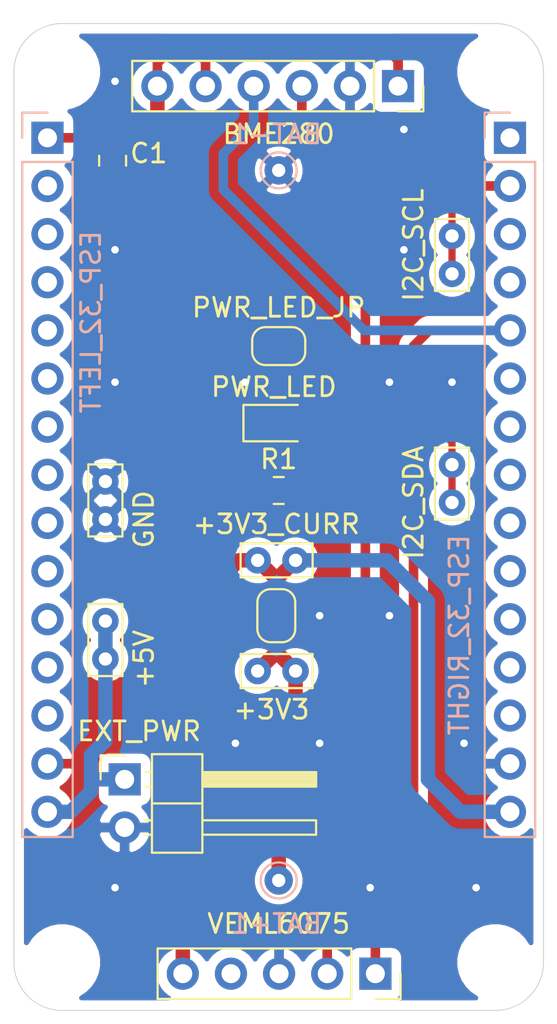
<source format=kicad_pcb>
(kicad_pcb (version 20171130) (host pcbnew 5.1.4)

  (general
    (thickness 1.6)
    (drawings 10)
    (tracks 107)
    (zones 0)
    (modules 22)
    (nets 34)
  )

  (page A4)
  (layers
    (0 F.Cu signal)
    (31 B.Cu signal)
    (32 B.Adhes user hide)
    (33 F.Adhes user hide)
    (34 B.Paste user hide)
    (35 F.Paste user hide)
    (36 B.SilkS user)
    (37 F.SilkS user)
    (38 B.Mask user)
    (39 F.Mask user)
    (40 Dwgs.User user hide)
    (41 Cmts.User user hide)
    (42 Eco1.User user hide)
    (43 Eco2.User user hide)
    (44 Edge.Cuts user)
    (45 Margin user hide)
    (46 B.CrtYd user)
    (47 F.CrtYd user)
    (48 B.Fab user hide)
    (49 F.Fab user hide)
  )

  (setup
    (last_trace_width 0.508)
    (user_trace_width 0.381)
    (user_trace_width 0.508)
    (user_trace_width 0.762)
    (trace_clearance 0.2)
    (zone_clearance 0.508)
    (zone_45_only no)
    (trace_min 0.2)
    (via_size 0.8)
    (via_drill 0.4)
    (via_min_size 0.4)
    (via_min_drill 0.3)
    (uvia_size 0.3)
    (uvia_drill 0.1)
    (uvias_allowed no)
    (uvia_min_size 0.2)
    (uvia_min_drill 0.1)
    (edge_width 0.05)
    (segment_width 0.2)
    (pcb_text_width 0.3)
    (pcb_text_size 1.5 1.5)
    (mod_edge_width 0.12)
    (mod_text_size 1 1)
    (mod_text_width 0.15)
    (pad_size 1.524 1.524)
    (pad_drill 0.762)
    (pad_to_mask_clearance 0.051)
    (solder_mask_min_width 0.25)
    (aux_axis_origin 0 0)
    (visible_elements FFFFFFFF)
    (pcbplotparams
      (layerselection 0x010fc_ffffffff)
      (usegerberextensions false)
      (usegerberattributes false)
      (usegerberadvancedattributes false)
      (creategerberjobfile false)
      (excludeedgelayer true)
      (linewidth 0.100000)
      (plotframeref false)
      (viasonmask false)
      (mode 1)
      (useauxorigin false)
      (hpglpennumber 1)
      (hpglpenspeed 20)
      (hpglpendiameter 15.000000)
      (psnegative false)
      (psa4output false)
      (plotreference true)
      (plotvalue true)
      (plotinvisibletext false)
      (padsonsilk false)
      (subtractmaskfromsilk false)
      (outputformat 1)
      (mirror false)
      (drillshape 1)
      (scaleselection 1)
      (outputdirectory ""))
  )

  (net 0 "")
  (net 1 "Net-(VEML6075-Pad4)")
  (net 2 +3V3)
  (net 3 GND)
  (net 4 I2C_SCL)
  (net 5 I2C_SDA)
  (net 6 "Net-(C1-Pad1)")
  (net 7 "Net-(D1-Pad2)")
  (net 8 "Net-(D1-Pad1)")
  (net 9 "Net-(ESP1-Pad2)")
  (net 10 "Net-(ESP1-Pad3)")
  (net 11 "Net-(ESP1-Pad4)")
  (net 12 "Net-(ESP1-Pad5)")
  (net 13 "Net-(ESP1-Pad6)")
  (net 14 "Net-(ESP1-Pad7)")
  (net 15 "Net-(ESP1-Pad8)")
  (net 16 "Net-(ESP1-Pad9)")
  (net 17 "Net-(ESP1-Pad10)")
  (net 18 "Net-(ESP1-Pad11)")
  (net 19 "Net-(ESP1-Pad12)")
  (net 20 "Net-(ESP1-Pad13)")
  (net 21 +5V)
  (net 22 "Net-(ESP2-Pad13)")
  (net 23 "Net-(ESP2-Pad12)")
  (net 24 "Net-(ESP2-Pad11)")
  (net 25 "Net-(ESP2-Pad10)")
  (net 26 "Net-(ESP2-Pad9)")
  (net 27 "Net-(ESP2-Pad8)")
  (net 28 "Net-(ESP2-Pad7)")
  (net 29 "Net-(ESP2-Pad6)")
  (net 30 "Net-(ESP2-Pad4)")
  (net 31 "Net-(ESP2-Pad3)")
  (net 32 "Net-(ESP2-Pad1)")
  (net 33 +3V3_EN)

  (net_class Default "This is the default net class."
    (clearance 0.2)
    (trace_width 0.25)
    (via_dia 0.8)
    (via_drill 0.4)
    (uvia_dia 0.3)
    (uvia_drill 0.1)
    (add_net +3V3)
    (add_net +3V3_EN)
    (add_net +5V)
    (add_net GND)
    (add_net I2C_SCL)
    (add_net I2C_SDA)
    (add_net "Net-(C1-Pad1)")
    (add_net "Net-(D1-Pad1)")
    (add_net "Net-(D1-Pad2)")
    (add_net "Net-(ESP1-Pad10)")
    (add_net "Net-(ESP1-Pad11)")
    (add_net "Net-(ESP1-Pad12)")
    (add_net "Net-(ESP1-Pad13)")
    (add_net "Net-(ESP1-Pad2)")
    (add_net "Net-(ESP1-Pad3)")
    (add_net "Net-(ESP1-Pad4)")
    (add_net "Net-(ESP1-Pad5)")
    (add_net "Net-(ESP1-Pad6)")
    (add_net "Net-(ESP1-Pad7)")
    (add_net "Net-(ESP1-Pad8)")
    (add_net "Net-(ESP1-Pad9)")
    (add_net "Net-(ESP2-Pad1)")
    (add_net "Net-(ESP2-Pad10)")
    (add_net "Net-(ESP2-Pad11)")
    (add_net "Net-(ESP2-Pad12)")
    (add_net "Net-(ESP2-Pad13)")
    (add_net "Net-(ESP2-Pad3)")
    (add_net "Net-(ESP2-Pad4)")
    (add_net "Net-(ESP2-Pad6)")
    (add_net "Net-(ESP2-Pad7)")
    (add_net "Net-(ESP2-Pad8)")
    (add_net "Net-(ESP2-Pad9)")
    (add_net "Net-(VEML6075-Pad4)")
  )

  (module TestPoint:TestPoint_Bridge_Pitch2.0mm_Drill0.7mm (layer F.Cu) (tedit 5A0F774F) (tstamp 5DD418A0)
    (at 141.732 77.724 90)
    (descr "wire loop as test point, pitch 2.0mm, hole diameter 0.7mm, wire diameter 0.5mm")
    (tags "test point wire loop")
    (path /5DEE30F0)
    (fp_text reference TP5 (at 1.1 1.7 90) (layer F.Fab)
      (effects (font (size 1 1) (thickness 0.15)))
    )
    (fp_text value GND (at 0 2.032 90) (layer F.SilkS)
      (effects (font (size 1 1) (thickness 0.15)))
    )
    (fp_line (start -1.2 1.2) (end 3.2 1.2) (layer F.CrtYd) (width 0.05))
    (fp_line (start -1.2 1.2) (end -1.2 -1.2) (layer F.CrtYd) (width 0.05))
    (fp_line (start 3.2 -1.2) (end 3.2 1.2) (layer F.CrtYd) (width 0.05))
    (fp_line (start 3.2 -1.2) (end -1.2 -1.2) (layer F.CrtYd) (width 0.05))
    (fp_line (start 2.9 0.9) (end 2.9 -0.9) (layer F.SilkS) (width 0.12))
    (fp_line (start -0.9 0.9) (end 2.9 0.9) (layer F.SilkS) (width 0.12))
    (fp_line (start -0.9 -0.9) (end -0.9 0.9) (layer F.SilkS) (width 0.12))
    (fp_line (start 2.9 -0.9) (end -0.9 -0.9) (layer F.SilkS) (width 0.12))
    (fp_line (start 2 0) (end 0 0) (layer F.Fab) (width 0.12))
    (fp_text user %R (at 1.1 1.7 90) (layer F.Fab)
      (effects (font (size 1 1) (thickness 0.15)))
    )
    (pad 1 thru_hole circle (at 2 0 90) (size 1.4 1.4) (drill 0.7) (layers *.Cu *.Mask)
      (net 3 GND))
    (pad 1 thru_hole circle (at 0 0 90) (size 1.4 1.4) (drill 0.7) (layers *.Cu *.Mask)
      (net 3 GND))
    (model ${KISYS3DMOD}/TestPoint.3dshapes/TestPoint_Bridge_Pitch2.0mm_Drill0.7mm.wrl
      (at (xyz 0 0 0))
      (scale (xyz 1 1 1))
      (rotate (xyz 0 0 0))
    )
  )

  (module TestPoint:TestPoint_Bridge_Pitch2.0mm_Drill0.7mm (layer F.Cu) (tedit 5A0F774F) (tstamp 5DD41898)
    (at 141.732 85.09 90)
    (descr "wire loop as test point, pitch 2.0mm, hole diameter 0.7mm, wire diameter 0.5mm")
    (tags "test point wire loop")
    (path /5DEE2E19)
    (fp_text reference TP4 (at 1.1 1.7 90) (layer F.Fab)
      (effects (font (size 1 1) (thickness 0.15)))
    )
    (fp_text value +5V (at 0 2.032 90) (layer F.SilkS)
      (effects (font (size 1 1) (thickness 0.15)))
    )
    (fp_line (start -1.2 1.2) (end 3.2 1.2) (layer F.CrtYd) (width 0.05))
    (fp_line (start -1.2 1.2) (end -1.2 -1.2) (layer F.CrtYd) (width 0.05))
    (fp_line (start 3.2 -1.2) (end 3.2 1.2) (layer F.CrtYd) (width 0.05))
    (fp_line (start 3.2 -1.2) (end -1.2 -1.2) (layer F.CrtYd) (width 0.05))
    (fp_line (start 2.9 0.9) (end 2.9 -0.9) (layer F.SilkS) (width 0.12))
    (fp_line (start -0.9 0.9) (end 2.9 0.9) (layer F.SilkS) (width 0.12))
    (fp_line (start -0.9 -0.9) (end -0.9 0.9) (layer F.SilkS) (width 0.12))
    (fp_line (start 2.9 -0.9) (end -0.9 -0.9) (layer F.SilkS) (width 0.12))
    (fp_line (start 2 0) (end 0 0) (layer F.Fab) (width 0.12))
    (fp_text user %R (at 1.1 1.7 90) (layer F.Fab)
      (effects (font (size 1 1) (thickness 0.15)))
    )
    (pad 1 thru_hole circle (at 2 0 90) (size 1.4 1.4) (drill 0.7) (layers *.Cu *.Mask)
      (net 21 +5V))
    (pad 1 thru_hole circle (at 0 0 90) (size 1.4 1.4) (drill 0.7) (layers *.Cu *.Mask)
      (net 21 +5V))
    (model ${KISYS3DMOD}/TestPoint.3dshapes/TestPoint_Bridge_Pitch2.0mm_Drill0.7mm.wrl
      (at (xyz 0 0 0))
      (scale (xyz 1 1 1))
      (rotate (xyz 0 0 0))
    )
  )

  (module TestPoint:TestPoint_Bridge_Pitch2.0mm_Drill0.7mm (layer F.Cu) (tedit 5A0F774F) (tstamp 5DD41890)
    (at 151.765 85.725 180)
    (descr "wire loop as test point, pitch 2.0mm, hole diameter 0.7mm, wire diameter 0.5mm")
    (tags "test point wire loop")
    (path /5DEE2B1F)
    (fp_text reference TP3 (at 1.1 1.7) (layer F.Fab)
      (effects (font (size 1 1) (thickness 0.15)))
    )
    (fp_text value +3V3 (at 1.27 -2.032 180) (layer F.SilkS)
      (effects (font (size 1 1) (thickness 0.15)))
    )
    (fp_line (start -1.2 1.2) (end 3.2 1.2) (layer F.CrtYd) (width 0.05))
    (fp_line (start -1.2 1.2) (end -1.2 -1.2) (layer F.CrtYd) (width 0.05))
    (fp_line (start 3.2 -1.2) (end 3.2 1.2) (layer F.CrtYd) (width 0.05))
    (fp_line (start 3.2 -1.2) (end -1.2 -1.2) (layer F.CrtYd) (width 0.05))
    (fp_line (start 2.9 0.9) (end 2.9 -0.9) (layer F.SilkS) (width 0.12))
    (fp_line (start -0.9 0.9) (end 2.9 0.9) (layer F.SilkS) (width 0.12))
    (fp_line (start -0.9 -0.9) (end -0.9 0.9) (layer F.SilkS) (width 0.12))
    (fp_line (start 2.9 -0.9) (end -0.9 -0.9) (layer F.SilkS) (width 0.12))
    (fp_line (start 2 0) (end 0 0) (layer F.Fab) (width 0.12))
    (fp_text user %R (at 1.1 1.7) (layer F.Fab)
      (effects (font (size 1 1) (thickness 0.15)))
    )
    (pad 1 thru_hole circle (at 2 0 180) (size 1.4 1.4) (drill 0.7) (layers *.Cu *.Mask)
      (net 2 +3V3))
    (pad 1 thru_hole circle (at 0 0 180) (size 1.4 1.4) (drill 0.7) (layers *.Cu *.Mask)
      (net 2 +3V3))
    (model ${KISYS3DMOD}/TestPoint.3dshapes/TestPoint_Bridge_Pitch2.0mm_Drill0.7mm.wrl
      (at (xyz 0 0 0))
      (scale (xyz 1 1 1))
      (rotate (xyz 0 0 0))
    )
  )

  (module TestPoint:TestPoint_Bridge_Pitch2.0mm_Drill0.7mm (layer F.Cu) (tedit 5A0F774F) (tstamp 5DD41888)
    (at 160.02 76.835 90)
    (descr "wire loop as test point, pitch 2.0mm, hole diameter 0.7mm, wire diameter 0.5mm")
    (tags "test point wire loop")
    (path /5DEE24BB)
    (fp_text reference TP2 (at 0 -2.032 90) (layer F.Fab)
      (effects (font (size 1 1) (thickness 0.15)))
    )
    (fp_text value I2C_SDA (at 0 -2.032 90) (layer F.SilkS)
      (effects (font (size 1 1) (thickness 0.15)))
    )
    (fp_line (start -1.2 1.2) (end 3.2 1.2) (layer F.CrtYd) (width 0.05))
    (fp_line (start -1.2 1.2) (end -1.2 -1.2) (layer F.CrtYd) (width 0.05))
    (fp_line (start 3.2 -1.2) (end 3.2 1.2) (layer F.CrtYd) (width 0.05))
    (fp_line (start 3.2 -1.2) (end -1.2 -1.2) (layer F.CrtYd) (width 0.05))
    (fp_line (start 2.9 0.9) (end 2.9 -0.9) (layer F.SilkS) (width 0.12))
    (fp_line (start -0.9 0.9) (end 2.9 0.9) (layer F.SilkS) (width 0.12))
    (fp_line (start -0.9 -0.9) (end -0.9 0.9) (layer F.SilkS) (width 0.12))
    (fp_line (start 2.9 -0.9) (end -0.9 -0.9) (layer F.SilkS) (width 0.12))
    (fp_line (start 2 0) (end 0 0) (layer F.Fab) (width 0.12))
    (fp_text user %R (at 1.1 1.7 90) (layer F.Fab)
      (effects (font (size 1 1) (thickness 0.15)))
    )
    (pad 1 thru_hole circle (at 2 0 90) (size 1.4 1.4) (drill 0.7) (layers *.Cu *.Mask)
      (net 5 I2C_SDA))
    (pad 1 thru_hole circle (at 0 0 90) (size 1.4 1.4) (drill 0.7) (layers *.Cu *.Mask)
      (net 5 I2C_SDA))
    (model ${KISYS3DMOD}/TestPoint.3dshapes/TestPoint_Bridge_Pitch2.0mm_Drill0.7mm.wrl
      (at (xyz 0 0 0))
      (scale (xyz 1 1 1))
      (rotate (xyz 0 0 0))
    )
  )

  (module TestPoint:TestPoint_Bridge_Pitch2.0mm_Drill0.7mm (layer F.Cu) (tedit 5A0F774F) (tstamp 5DD41880)
    (at 160.02 64.77 90)
    (descr "wire loop as test point, pitch 2.0mm, hole diameter 0.7mm, wire diameter 0.5mm")
    (tags "test point wire loop")
    (path /5DEE016D)
    (fp_text reference TP1 (at 0 -2.032 90) (layer F.Fab)
      (effects (font (size 1 1) (thickness 0.15)))
    )
    (fp_text value I2C_SCL (at 1.524 -2.032 90) (layer F.SilkS)
      (effects (font (size 1 1) (thickness 0.15)))
    )
    (fp_line (start -1.2 1.2) (end 3.2 1.2) (layer F.CrtYd) (width 0.05))
    (fp_line (start -1.2 1.2) (end -1.2 -1.2) (layer F.CrtYd) (width 0.05))
    (fp_line (start 3.2 -1.2) (end 3.2 1.2) (layer F.CrtYd) (width 0.05))
    (fp_line (start 3.2 -1.2) (end -1.2 -1.2) (layer F.CrtYd) (width 0.05))
    (fp_line (start 2.9 0.9) (end 2.9 -0.9) (layer F.SilkS) (width 0.12))
    (fp_line (start -0.9 0.9) (end 2.9 0.9) (layer F.SilkS) (width 0.12))
    (fp_line (start -0.9 -0.9) (end -0.9 0.9) (layer F.SilkS) (width 0.12))
    (fp_line (start 2.9 -0.9) (end -0.9 -0.9) (layer F.SilkS) (width 0.12))
    (fp_line (start 2 0) (end 0 0) (layer F.Fab) (width 0.12))
    (fp_text user %R (at 1.1 1.7 90) (layer F.Fab)
      (effects (font (size 1 1) (thickness 0.15)))
    )
    (pad 1 thru_hole circle (at 2 0 90) (size 1.4 1.4) (drill 0.7) (layers *.Cu *.Mask)
      (net 4 I2C_SCL))
    (pad 1 thru_hole circle (at 0 0 90) (size 1.4 1.4) (drill 0.7) (layers *.Cu *.Mask)
      (net 4 I2C_SCL))
    (model ${KISYS3DMOD}/TestPoint.3dshapes/TestPoint_Bridge_Pitch2.0mm_Drill0.7mm.wrl
      (at (xyz 0 0 0))
      (scale (xyz 1 1 1))
      (rotate (xyz 0 0 0))
    )
  )

  (module Resistor_SMD:R_0805_2012Metric_Pad1.15x1.40mm_HandSolder (layer F.Cu) (tedit 5B36C52B) (tstamp 5DD41878)
    (at 150.876 76.2)
    (descr "Resistor SMD 0805 (2012 Metric), square (rectangular) end terminal, IPC_7351 nominal with elongated pad for handsoldering. (Body size source: https://docs.google.com/spreadsheets/d/1BsfQQcO9C6DZCsRaXUlFlo91Tg2WpOkGARC1WS5S8t0/edit?usp=sharing), generated with kicad-footprint-generator")
    (tags "resistor handsolder")
    (path /5DE9D651)
    (attr smd)
    (fp_text reference R1 (at 0 -1.65) (layer F.SilkS)
      (effects (font (size 1 1) (thickness 0.15)))
    )
    (fp_text value 220R (at 0 1.65) (layer F.Fab)
      (effects (font (size 1 1) (thickness 0.15)))
    )
    (fp_text user %R (at 0 0) (layer F.Fab)
      (effects (font (size 0.5 0.5) (thickness 0.08)))
    )
    (fp_line (start 1.85 0.95) (end -1.85 0.95) (layer F.CrtYd) (width 0.05))
    (fp_line (start 1.85 -0.95) (end 1.85 0.95) (layer F.CrtYd) (width 0.05))
    (fp_line (start -1.85 -0.95) (end 1.85 -0.95) (layer F.CrtYd) (width 0.05))
    (fp_line (start -1.85 0.95) (end -1.85 -0.95) (layer F.CrtYd) (width 0.05))
    (fp_line (start -0.261252 0.71) (end 0.261252 0.71) (layer F.SilkS) (width 0.12))
    (fp_line (start -0.261252 -0.71) (end 0.261252 -0.71) (layer F.SilkS) (width 0.12))
    (fp_line (start 1 0.6) (end -1 0.6) (layer F.Fab) (width 0.1))
    (fp_line (start 1 -0.6) (end 1 0.6) (layer F.Fab) (width 0.1))
    (fp_line (start -1 -0.6) (end 1 -0.6) (layer F.Fab) (width 0.1))
    (fp_line (start -1 0.6) (end -1 -0.6) (layer F.Fab) (width 0.1))
    (pad 2 smd roundrect (at 1.025 0) (size 1.15 1.4) (layers F.Cu F.Paste F.Mask) (roundrect_rratio 0.217391)
      (net 3 GND))
    (pad 1 smd roundrect (at -1.025 0) (size 1.15 1.4) (layers F.Cu F.Paste F.Mask) (roundrect_rratio 0.217391)
      (net 8 "Net-(D1-Pad1)"))
    (model ${KISYS3DMOD}/Resistor_SMD.3dshapes/R_0805_2012Metric.wrl
      (at (xyz 0 0 0))
      (scale (xyz 1 1 1))
      (rotate (xyz 0 0 0))
    )
  )

  (module Jumper:SolderJumper-2_P1.3mm_Open_RoundedPad1.0x1.5mm (layer F.Cu) (tedit 5B391E66) (tstamp 5DD41867)
    (at 150.876 68.58 180)
    (descr "SMD Solder Jumper, 1x1.5mm, rounded Pads, 0.3mm gap, open")
    (tags "solder jumper open")
    (path /5DE9EB95)
    (attr virtual)
    (fp_text reference JP1 (at 0 2.032) (layer F.Fab)
      (effects (font (size 1 1) (thickness 0.15)))
    )
    (fp_text value PWR_LED_JP (at 0 2.032) (layer F.SilkS)
      (effects (font (size 1 1) (thickness 0.15)))
    )
    (fp_line (start 1.65 1.25) (end -1.65 1.25) (layer F.CrtYd) (width 0.05))
    (fp_line (start 1.65 1.25) (end 1.65 -1.25) (layer F.CrtYd) (width 0.05))
    (fp_line (start -1.65 -1.25) (end -1.65 1.25) (layer F.CrtYd) (width 0.05))
    (fp_line (start -1.65 -1.25) (end 1.65 -1.25) (layer F.CrtYd) (width 0.05))
    (fp_line (start -0.7 -1) (end 0.7 -1) (layer F.SilkS) (width 0.12))
    (fp_line (start 1.4 -0.3) (end 1.4 0.3) (layer F.SilkS) (width 0.12))
    (fp_line (start 0.7 1) (end -0.7 1) (layer F.SilkS) (width 0.12))
    (fp_line (start -1.4 0.3) (end -1.4 -0.3) (layer F.SilkS) (width 0.12))
    (fp_arc (start -0.7 -0.3) (end -0.7 -1) (angle -90) (layer F.SilkS) (width 0.12))
    (fp_arc (start -0.7 0.3) (end -1.4 0.3) (angle -90) (layer F.SilkS) (width 0.12))
    (fp_arc (start 0.7 0.3) (end 0.7 1) (angle -90) (layer F.SilkS) (width 0.12))
    (fp_arc (start 0.7 -0.3) (end 1.4 -0.3) (angle -90) (layer F.SilkS) (width 0.12))
    (pad 2 smd custom (at 0.65 0 180) (size 1 0.5) (layers F.Cu F.Mask)
      (net 33 +3V3_EN) (zone_connect 2)
      (options (clearance outline) (anchor rect))
      (primitives
        (gr_circle (center 0 0.25) (end 0.5 0.25) (width 0))
        (gr_circle (center 0 -0.25) (end 0.5 -0.25) (width 0))
        (gr_poly (pts
           (xy 0 -0.75) (xy -0.5 -0.75) (xy -0.5 0.75) (xy 0 0.75)) (width 0))
      ))
    (pad 1 smd custom (at -0.65 0 180) (size 1 0.5) (layers F.Cu F.Mask)
      (net 7 "Net-(D1-Pad2)") (zone_connect 2)
      (options (clearance outline) (anchor rect))
      (primitives
        (gr_circle (center 0 0.25) (end 0.5 0.25) (width 0))
        (gr_circle (center 0 -0.25) (end 0.5 -0.25) (width 0))
        (gr_poly (pts
           (xy 0 -0.75) (xy 0.5 -0.75) (xy 0.5 0.75) (xy 0 0.75)) (width 0))
      ))
  )

  (module Connector_PinHeader_2.54mm:PinHeader_1x02_P2.54mm_Horizontal (layer F.Cu) (tedit 59FED5CB) (tstamp 5DD41855)
    (at 142.748 91.44)
    (descr "Through hole angled pin header, 1x02, 2.54mm pitch, 6mm pin length, single row")
    (tags "Through hole angled pin header THT 1x02 2.54mm single row")
    (path /5DF8433E)
    (fp_text reference J1 (at 4.385 -2.27) (layer F.Fab)
      (effects (font (size 1 1) (thickness 0.15)))
    )
    (fp_text value EXT_PWR (at 0.762 -2.54) (layer F.SilkS)
      (effects (font (size 1 1) (thickness 0.15)))
    )
    (fp_text user %R (at 2.77 1.27 90) (layer F.Fab)
      (effects (font (size 1 1) (thickness 0.15)))
    )
    (fp_line (start 10.55 -1.8) (end -1.8 -1.8) (layer F.CrtYd) (width 0.05))
    (fp_line (start 10.55 4.35) (end 10.55 -1.8) (layer F.CrtYd) (width 0.05))
    (fp_line (start -1.8 4.35) (end 10.55 4.35) (layer F.CrtYd) (width 0.05))
    (fp_line (start -1.8 -1.8) (end -1.8 4.35) (layer F.CrtYd) (width 0.05))
    (fp_line (start -1.27 -1.27) (end 0 -1.27) (layer F.SilkS) (width 0.12))
    (fp_line (start -1.27 0) (end -1.27 -1.27) (layer F.SilkS) (width 0.12))
    (fp_line (start 1.042929 2.92) (end 1.44 2.92) (layer F.SilkS) (width 0.12))
    (fp_line (start 1.042929 2.16) (end 1.44 2.16) (layer F.SilkS) (width 0.12))
    (fp_line (start 10.1 2.92) (end 4.1 2.92) (layer F.SilkS) (width 0.12))
    (fp_line (start 10.1 2.16) (end 10.1 2.92) (layer F.SilkS) (width 0.12))
    (fp_line (start 4.1 2.16) (end 10.1 2.16) (layer F.SilkS) (width 0.12))
    (fp_line (start 1.44 1.27) (end 4.1 1.27) (layer F.SilkS) (width 0.12))
    (fp_line (start 1.11 0.38) (end 1.44 0.38) (layer F.SilkS) (width 0.12))
    (fp_line (start 1.11 -0.38) (end 1.44 -0.38) (layer F.SilkS) (width 0.12))
    (fp_line (start 4.1 0.28) (end 10.1 0.28) (layer F.SilkS) (width 0.12))
    (fp_line (start 4.1 0.16) (end 10.1 0.16) (layer F.SilkS) (width 0.12))
    (fp_line (start 4.1 0.04) (end 10.1 0.04) (layer F.SilkS) (width 0.12))
    (fp_line (start 4.1 -0.08) (end 10.1 -0.08) (layer F.SilkS) (width 0.12))
    (fp_line (start 4.1 -0.2) (end 10.1 -0.2) (layer F.SilkS) (width 0.12))
    (fp_line (start 4.1 -0.32) (end 10.1 -0.32) (layer F.SilkS) (width 0.12))
    (fp_line (start 10.1 0.38) (end 4.1 0.38) (layer F.SilkS) (width 0.12))
    (fp_line (start 10.1 -0.38) (end 10.1 0.38) (layer F.SilkS) (width 0.12))
    (fp_line (start 4.1 -0.38) (end 10.1 -0.38) (layer F.SilkS) (width 0.12))
    (fp_line (start 4.1 -1.33) (end 1.44 -1.33) (layer F.SilkS) (width 0.12))
    (fp_line (start 4.1 3.87) (end 4.1 -1.33) (layer F.SilkS) (width 0.12))
    (fp_line (start 1.44 3.87) (end 4.1 3.87) (layer F.SilkS) (width 0.12))
    (fp_line (start 1.44 -1.33) (end 1.44 3.87) (layer F.SilkS) (width 0.12))
    (fp_line (start 4.04 2.86) (end 10.04 2.86) (layer F.Fab) (width 0.1))
    (fp_line (start 10.04 2.22) (end 10.04 2.86) (layer F.Fab) (width 0.1))
    (fp_line (start 4.04 2.22) (end 10.04 2.22) (layer F.Fab) (width 0.1))
    (fp_line (start -0.32 2.86) (end 1.5 2.86) (layer F.Fab) (width 0.1))
    (fp_line (start -0.32 2.22) (end -0.32 2.86) (layer F.Fab) (width 0.1))
    (fp_line (start -0.32 2.22) (end 1.5 2.22) (layer F.Fab) (width 0.1))
    (fp_line (start 4.04 0.32) (end 10.04 0.32) (layer F.Fab) (width 0.1))
    (fp_line (start 10.04 -0.32) (end 10.04 0.32) (layer F.Fab) (width 0.1))
    (fp_line (start 4.04 -0.32) (end 10.04 -0.32) (layer F.Fab) (width 0.1))
    (fp_line (start -0.32 0.32) (end 1.5 0.32) (layer F.Fab) (width 0.1))
    (fp_line (start -0.32 -0.32) (end -0.32 0.32) (layer F.Fab) (width 0.1))
    (fp_line (start -0.32 -0.32) (end 1.5 -0.32) (layer F.Fab) (width 0.1))
    (fp_line (start 1.5 -0.635) (end 2.135 -1.27) (layer F.Fab) (width 0.1))
    (fp_line (start 1.5 3.81) (end 1.5 -0.635) (layer F.Fab) (width 0.1))
    (fp_line (start 4.04 3.81) (end 1.5 3.81) (layer F.Fab) (width 0.1))
    (fp_line (start 4.04 -1.27) (end 4.04 3.81) (layer F.Fab) (width 0.1))
    (fp_line (start 2.135 -1.27) (end 4.04 -1.27) (layer F.Fab) (width 0.1))
    (pad 2 thru_hole oval (at 0 2.54) (size 1.7 1.7) (drill 1) (layers *.Cu *.Mask)
      (net 3 GND))
    (pad 1 thru_hole rect (at 0 0) (size 1.7 1.7) (drill 1) (layers *.Cu *.Mask)
      (net 21 +5V))
    (model ${KISYS3DMOD}/Connector_PinHeader_2.54mm.3dshapes/PinHeader_1x02_P2.54mm_Horizontal.wrl
      (at (xyz 0 0 0))
      (scale (xyz 1 1 1))
      (rotate (xyz 0 0 0))
    )
  )

  (module Diode_SMD:D_0805_2012Metric_Pad1.15x1.40mm_HandSolder (layer F.Cu) (tedit 5B4B45C8) (tstamp 5DD417DE)
    (at 150.876 72.644)
    (descr "Diode SMD 0805 (2012 Metric), square (rectangular) end terminal, IPC_7351 nominal, (Body size source: https://docs.google.com/spreadsheets/d/1BsfQQcO9C6DZCsRaXUlFlo91Tg2WpOkGARC1WS5S8t0/edit?usp=sharing), generated with kicad-footprint-generator")
    (tags "diode handsolder")
    (path /5DE9C863)
    (attr smd)
    (fp_text reference D1 (at 0 -1.65) (layer F.Fab)
      (effects (font (size 1 1) (thickness 0.15)))
    )
    (fp_text value PWR_LED (at -0.254 -1.905) (layer F.SilkS)
      (effects (font (size 1 1) (thickness 0.15)))
    )
    (fp_text user %R (at 0 0) (layer F.Fab)
      (effects (font (size 0.5 0.5) (thickness 0.08)))
    )
    (fp_line (start 1.85 0.95) (end -1.85 0.95) (layer F.CrtYd) (width 0.05))
    (fp_line (start 1.85 -0.95) (end 1.85 0.95) (layer F.CrtYd) (width 0.05))
    (fp_line (start -1.85 -0.95) (end 1.85 -0.95) (layer F.CrtYd) (width 0.05))
    (fp_line (start -1.85 0.95) (end -1.85 -0.95) (layer F.CrtYd) (width 0.05))
    (fp_line (start -1.86 0.96) (end 1 0.96) (layer F.SilkS) (width 0.12))
    (fp_line (start -1.86 -0.96) (end -1.86 0.96) (layer F.SilkS) (width 0.12))
    (fp_line (start 1 -0.96) (end -1.86 -0.96) (layer F.SilkS) (width 0.12))
    (fp_line (start 1 0.6) (end 1 -0.6) (layer F.Fab) (width 0.1))
    (fp_line (start -1 0.6) (end 1 0.6) (layer F.Fab) (width 0.1))
    (fp_line (start -1 -0.3) (end -1 0.6) (layer F.Fab) (width 0.1))
    (fp_line (start -0.7 -0.6) (end -1 -0.3) (layer F.Fab) (width 0.1))
    (fp_line (start 1 -0.6) (end -0.7 -0.6) (layer F.Fab) (width 0.1))
    (pad 2 smd roundrect (at 1.025 0) (size 1.15 1.4) (layers F.Cu F.Paste F.Mask) (roundrect_rratio 0.217391)
      (net 7 "Net-(D1-Pad2)"))
    (pad 1 smd roundrect (at -1.025 0) (size 1.15 1.4) (layers F.Cu F.Paste F.Mask) (roundrect_rratio 0.217391)
      (net 8 "Net-(D1-Pad1)"))
    (model ${KISYS3DMOD}/Diode_SMD.3dshapes/D_0805_2012Metric.wrl
      (at (xyz 0 0 0))
      (scale (xyz 1 1 1))
      (rotate (xyz 0 0 0))
    )
  )

  (module Capacitor_SMD:C_0805_2012Metric_Pad1.15x1.40mm_HandSolder (layer F.Cu) (tedit 5B36C52B) (tstamp 5DD417CB)
    (at 142.113 58.801 270)
    (descr "Capacitor SMD 0805 (2012 Metric), square (rectangular) end terminal, IPC_7351 nominal with elongated pad for handsoldering. (Body size source: https://docs.google.com/spreadsheets/d/1BsfQQcO9C6DZCsRaXUlFlo91Tg2WpOkGARC1WS5S8t0/edit?usp=sharing), generated with kicad-footprint-generator")
    (tags "capacitor handsolder")
    (path /5DD86FAF)
    (attr smd)
    (fp_text reference C1 (at -0.39 -1.905 180) (layer F.SilkS)
      (effects (font (size 1 1) (thickness 0.15)))
    )
    (fp_text value 100nF (at 0 1.65 90) (layer F.Fab)
      (effects (font (size 1 1) (thickness 0.15)))
    )
    (fp_text user %R (at 0 0 90) (layer F.Fab)
      (effects (font (size 0.5 0.5) (thickness 0.08)))
    )
    (fp_line (start 1.85 0.95) (end -1.85 0.95) (layer F.CrtYd) (width 0.05))
    (fp_line (start 1.85 -0.95) (end 1.85 0.95) (layer F.CrtYd) (width 0.05))
    (fp_line (start -1.85 -0.95) (end 1.85 -0.95) (layer F.CrtYd) (width 0.05))
    (fp_line (start -1.85 0.95) (end -1.85 -0.95) (layer F.CrtYd) (width 0.05))
    (fp_line (start -0.261252 0.71) (end 0.261252 0.71) (layer F.SilkS) (width 0.12))
    (fp_line (start -0.261252 -0.71) (end 0.261252 -0.71) (layer F.SilkS) (width 0.12))
    (fp_line (start 1 0.6) (end -1 0.6) (layer F.Fab) (width 0.1))
    (fp_line (start 1 -0.6) (end 1 0.6) (layer F.Fab) (width 0.1))
    (fp_line (start -1 -0.6) (end 1 -0.6) (layer F.Fab) (width 0.1))
    (fp_line (start -1 0.6) (end -1 -0.6) (layer F.Fab) (width 0.1))
    (pad 2 smd roundrect (at 1.025 0 270) (size 1.15 1.4) (layers F.Cu F.Paste F.Mask) (roundrect_rratio 0.217391)
      (net 3 GND))
    (pad 1 smd roundrect (at -1.025 0 270) (size 1.15 1.4) (layers F.Cu F.Paste F.Mask) (roundrect_rratio 0.217391)
      (net 6 "Net-(C1-Pad1)"))
    (model ${KISYS3DMOD}/Capacitor_SMD.3dshapes/C_0805_2012Metric.wrl
      (at (xyz 0 0 0))
      (scale (xyz 1 1 1))
      (rotate (xyz 0 0 0))
    )
  )

  (module MountingHole:MountingHole_3mm (layer F.Cu) (tedit 56D1B4CB) (tstamp 5DD38E76)
    (at 139.446 101.092 180)
    (descr "Mounting Hole 3mm, no annular")
    (tags "mounting hole 3mm no annular")
    (attr virtual)
    (fp_text reference REF** (at 0 -4) (layer F.SilkS) hide
      (effects (font (size 1 1) (thickness 0.15)))
    )
    (fp_text value MountingHole_3mm (at 0 4) (layer F.Fab)
      (effects (font (size 1 1) (thickness 0.15)))
    )
    (fp_text user %R (at 0.3 0) (layer F.Fab)
      (effects (font (size 1 1) (thickness 0.15)))
    )
    (fp_circle (center 0 0) (end 3 0) (layer Cmts.User) (width 0.15))
    (fp_circle (center 0 0) (end 3.25 0) (layer F.CrtYd) (width 0.05))
    (pad 1 np_thru_hole circle (at 0 0 180) (size 3 3) (drill 3) (layers *.Cu *.Mask))
  )

  (module MountingHole:MountingHole_3mm (layer F.Cu) (tedit 56D1B4CB) (tstamp 5DD38E76)
    (at 162.306 101.092 180)
    (descr "Mounting Hole 3mm, no annular")
    (tags "mounting hole 3mm no annular")
    (attr virtual)
    (fp_text reference REF** (at 0 -4) (layer F.SilkS) hide
      (effects (font (size 1 1) (thickness 0.15)))
    )
    (fp_text value MountingHole_3mm (at 0 4) (layer F.Fab)
      (effects (font (size 1 1) (thickness 0.15)))
    )
    (fp_text user %R (at 0.3 0) (layer F.Fab)
      (effects (font (size 1 1) (thickness 0.15)))
    )
    (fp_circle (center 0 0) (end 3 0) (layer Cmts.User) (width 0.15))
    (fp_circle (center 0 0) (end 3.25 0) (layer F.CrtYd) (width 0.05))
    (pad 1 np_thru_hole circle (at 0 0 180) (size 3 3) (drill 3) (layers *.Cu *.Mask))
  )

  (module MountingHole:MountingHole_3mm (layer F.Cu) (tedit 56D1B4CB) (tstamp 5DD38B75)
    (at 139.446 54.102 180)
    (descr "Mounting Hole 3mm, no annular")
    (tags "mounting hole 3mm no annular")
    (attr virtual)
    (fp_text reference REF** (at 0 4.826) (layer F.SilkS) hide
      (effects (font (size 1 1) (thickness 0.15)))
    )
    (fp_text value MountingHole_3mm (at 0 4) (layer F.Fab)
      (effects (font (size 1 1) (thickness 0.15)))
    )
    (fp_text user %R (at 0.3 0) (layer F.Fab)
      (effects (font (size 1 1) (thickness 0.15)))
    )
    (fp_circle (center 0 0) (end 3 0) (layer Cmts.User) (width 0.15))
    (fp_circle (center 0 0) (end 3.25 0) (layer F.CrtYd) (width 0.05))
    (pad 1 np_thru_hole circle (at 0 0 180) (size 3 3) (drill 3) (layers *.Cu *.Mask))
  )

  (module MountingHole:MountingHole_3mm (layer F.Cu) (tedit 56D1B4CB) (tstamp 5DD38B71)
    (at 162.306 54.102 180)
    (descr "Mounting Hole 3mm, no annular")
    (tags "mounting hole 3mm no annular")
    (attr virtual)
    (fp_text reference REF** (at -0.254 4.826) (layer F.SilkS) hide
      (effects (font (size 1 1) (thickness 0.15)))
    )
    (fp_text value MountingHole_3mm (at 0 4) (layer F.Fab)
      (effects (font (size 1 1) (thickness 0.15)))
    )
    (fp_circle (center 0 0) (end 3.25 0) (layer F.CrtYd) (width 0.05))
    (fp_circle (center 0 0) (end 3 0) (layer Cmts.User) (width 0.15))
    (fp_text user %R (at 0.3 0) (layer F.Fab)
      (effects (font (size 1 1) (thickness 0.15)))
    )
    (pad 1 np_thru_hole circle (at 0 0 180) (size 3 3) (drill 3) (layers *.Cu *.Mask))
  )

  (module TestPoint:TestPoint_THTPad_D1.5mm_Drill0.7mm (layer B.Cu) (tedit 5A0F774F) (tstamp 5DD37BCA)
    (at 150.876 59.309 180)
    (descr "THT pad as test Point, diameter 1.5mm, hole diameter 0.7mm")
    (tags "test point THT pad")
    (path /5DD42FC1)
    (attr virtual)
    (fp_text reference BAT-1 (at 0.127 1.905) (layer B.SilkS)
      (effects (font (size 1 1) (thickness 0.15)) (justify mirror))
    )
    (fp_text value BAT- (at 0 3.175) (layer B.Fab)
      (effects (font (size 1 1) (thickness 0.15)) (justify mirror))
    )
    (fp_circle (center 0 0) (end 0 -0.95) (layer B.SilkS) (width 0.12))
    (fp_circle (center 0 0) (end 1.25 0) (layer B.CrtYd) (width 0.05))
    (fp_text user %R (at 0 1.65) (layer B.Fab)
      (effects (font (size 1 1) (thickness 0.15)) (justify mirror))
    )
    (pad 1 thru_hole circle (at 0 0 180) (size 1.5 1.5) (drill 0.7) (layers *.Cu *.Mask)
      (net 3 GND))
  )

  (module TestPoint:TestPoint_THTPad_D1.5mm_Drill0.7mm (layer B.Cu) (tedit 5A0F774F) (tstamp 5DD37BB5)
    (at 150.876 96.774 180)
    (descr "THT pad as test Point, diameter 1.5mm, hole diameter 0.7mm")
    (tags "test point THT pad")
    (path /5DD416BC)
    (attr virtual)
    (fp_text reference BAT+1 (at 0.127 -2.286) (layer B.SilkS)
      (effects (font (size 1 1) (thickness 0.15)) (justify mirror))
    )
    (fp_text value BAT+ (at 0 -3.175) (layer B.Fab)
      (effects (font (size 1 1) (thickness 0.15)) (justify mirror))
    )
    (fp_circle (center 0 0) (end 0 -0.95) (layer B.SilkS) (width 0.12))
    (fp_circle (center 0 0) (end 1.25 0) (layer B.CrtYd) (width 0.05))
    (fp_text user %R (at 4.445 -1.905) (layer B.Fab)
      (effects (font (size 1 1) (thickness 0.15)) (justify mirror))
    )
    (pad 1 thru_hole circle (at 0 0 180) (size 1.5 1.5) (drill 0.7) (layers *.Cu *.Mask)
      (net 2 +3V3))
  )

  (module Connector_PinSocket_2.54mm:PinSocket_1x15_P2.54mm_Vertical (layer B.Cu) (tedit 5A19A41D) (tstamp 5DD37B7D)
    (at 163.076 57.592 180)
    (descr "Through hole straight socket strip, 1x15, 2.54mm pitch, single row (from Kicad 4.0.7), script generated")
    (tags "Through hole socket strip THT 1x15 2.54mm single row")
    (path /5DD3E8B3)
    (fp_text reference ESP2 (at 2.802 -25.212 270) (layer B.Fab)
      (effects (font (size 1 1) (thickness 0.15)) (justify mirror))
    )
    (fp_text value ESP_32_RIGHT (at 2.675 -26.228 90) (layer B.SilkS)
      (effects (font (size 1 1) (thickness 0.15)) (justify mirror))
    )
    (fp_text user %R (at 0 -17.78 270) (layer B.Fab)
      (effects (font (size 1 1) (thickness 0.15)) (justify mirror))
    )
    (fp_line (start -1.8 -37.3) (end -1.8 1.8) (layer B.CrtYd) (width 0.05))
    (fp_line (start 1.75 -37.3) (end -1.8 -37.3) (layer B.CrtYd) (width 0.05))
    (fp_line (start 1.75 1.8) (end 1.75 -37.3) (layer B.CrtYd) (width 0.05))
    (fp_line (start -1.8 1.8) (end 1.75 1.8) (layer B.CrtYd) (width 0.05))
    (fp_line (start 0 1.33) (end 1.33 1.33) (layer B.SilkS) (width 0.12))
    (fp_line (start 1.33 1.33) (end 1.33 0) (layer B.SilkS) (width 0.12))
    (fp_line (start 1.33 -1.27) (end 1.33 -36.89) (layer B.SilkS) (width 0.12))
    (fp_line (start -1.33 -36.89) (end 1.33 -36.89) (layer B.SilkS) (width 0.12))
    (fp_line (start -1.33 -1.27) (end -1.33 -36.89) (layer B.SilkS) (width 0.12))
    (fp_line (start -1.33 -1.27) (end 1.33 -1.27) (layer B.SilkS) (width 0.12))
    (fp_line (start -1.27 -36.83) (end -1.27 1.27) (layer B.Fab) (width 0.1))
    (fp_line (start 1.27 -36.83) (end -1.27 -36.83) (layer B.Fab) (width 0.1))
    (fp_line (start 1.27 0.635) (end 1.27 -36.83) (layer B.Fab) (width 0.1))
    (fp_line (start 0.635 1.27) (end 1.27 0.635) (layer B.Fab) (width 0.1))
    (fp_line (start -1.27 1.27) (end 0.635 1.27) (layer B.Fab) (width 0.1))
    (pad 15 thru_hole oval (at 0 -35.56 180) (size 1.7 1.7) (drill 1) (layers *.Cu *.Mask)
      (net 33 +3V3_EN))
    (pad 14 thru_hole oval (at 0 -33.02 180) (size 1.7 1.7) (drill 1) (layers *.Cu *.Mask)
      (net 3 GND))
    (pad 13 thru_hole oval (at 0 -30.48 180) (size 1.7 1.7) (drill 1) (layers *.Cu *.Mask)
      (net 22 "Net-(ESP2-Pad13)"))
    (pad 12 thru_hole oval (at 0 -27.94 180) (size 1.7 1.7) (drill 1) (layers *.Cu *.Mask)
      (net 23 "Net-(ESP2-Pad12)"))
    (pad 11 thru_hole oval (at 0 -25.4 180) (size 1.7 1.7) (drill 1) (layers *.Cu *.Mask)
      (net 24 "Net-(ESP2-Pad11)"))
    (pad 10 thru_hole oval (at 0 -22.86 180) (size 1.7 1.7) (drill 1) (layers *.Cu *.Mask)
      (net 25 "Net-(ESP2-Pad10)"))
    (pad 9 thru_hole oval (at 0 -20.32 180) (size 1.7 1.7) (drill 1) (layers *.Cu *.Mask)
      (net 26 "Net-(ESP2-Pad9)"))
    (pad 8 thru_hole oval (at 0 -17.78 180) (size 1.7 1.7) (drill 1) (layers *.Cu *.Mask)
      (net 27 "Net-(ESP2-Pad8)"))
    (pad 7 thru_hole oval (at 0 -15.24 180) (size 1.7 1.7) (drill 1) (layers *.Cu *.Mask)
      (net 28 "Net-(ESP2-Pad7)"))
    (pad 6 thru_hole oval (at 0 -12.7 180) (size 1.7 1.7) (drill 1) (layers *.Cu *.Mask)
      (net 29 "Net-(ESP2-Pad6)"))
    (pad 5 thru_hole oval (at 0 -10.16 180) (size 1.7 1.7) (drill 1) (layers *.Cu *.Mask)
      (net 5 I2C_SDA))
    (pad 4 thru_hole oval (at 0 -7.62 180) (size 1.7 1.7) (drill 1) (layers *.Cu *.Mask)
      (net 30 "Net-(ESP2-Pad4)"))
    (pad 3 thru_hole oval (at 0 -5.08 180) (size 1.7 1.7) (drill 1) (layers *.Cu *.Mask)
      (net 31 "Net-(ESP2-Pad3)"))
    (pad 2 thru_hole oval (at 0 -2.54 180) (size 1.7 1.7) (drill 1) (layers *.Cu *.Mask)
      (net 4 I2C_SCL))
    (pad 1 thru_hole rect (at 0 0 180) (size 1.7 1.7) (drill 1) (layers *.Cu *.Mask)
      (net 32 "Net-(ESP2-Pad1)"))
    (model ${KISYS3DMOD}/Connector_PinSocket_2.54mm.3dshapes/PinSocket_1x15_P2.54mm_Vertical.wrl
      (at (xyz 0 0 0))
      (scale (xyz 1 1 1))
      (rotate (xyz 0 0 0))
    )
  )

  (module Connector_PinSocket_2.54mm:PinSocket_1x15_P2.54mm_Vertical (layer B.Cu) (tedit 5A19A41D) (tstamp 5DD37BA0)
    (at 138.676 57.592 180)
    (descr "Through hole straight socket strip, 1x15, 2.54mm pitch, single row (from Kicad 4.0.7), script generated")
    (tags "Through hole socket strip THT 1x15 2.54mm single row")
    (path /5DD3E111)
    (fp_text reference ESP1 (at -2.675 -25.212 270) (layer B.Fab)
      (effects (font (size 1 1) (thickness 0.15)) (justify mirror))
    )
    (fp_text value ESP_32_LEFT (at -2.294 -9.718 90) (layer B.SilkS)
      (effects (font (size 1 1) (thickness 0.15)) (justify mirror))
    )
    (fp_line (start -1.27 1.27) (end 0.635 1.27) (layer B.Fab) (width 0.1))
    (fp_line (start 0.635 1.27) (end 1.27 0.635) (layer B.Fab) (width 0.1))
    (fp_line (start 1.27 0.635) (end 1.27 -36.83) (layer B.Fab) (width 0.1))
    (fp_line (start 1.27 -36.83) (end -1.27 -36.83) (layer B.Fab) (width 0.1))
    (fp_line (start -1.27 -36.83) (end -1.27 1.27) (layer B.Fab) (width 0.1))
    (fp_line (start -1.33 -1.27) (end 1.33 -1.27) (layer B.SilkS) (width 0.12))
    (fp_line (start -1.33 -1.27) (end -1.33 -36.89) (layer B.SilkS) (width 0.12))
    (fp_line (start -1.33 -36.89) (end 1.33 -36.89) (layer B.SilkS) (width 0.12))
    (fp_line (start 1.33 -1.27) (end 1.33 -36.89) (layer B.SilkS) (width 0.12))
    (fp_line (start 1.33 1.33) (end 1.33 0) (layer B.SilkS) (width 0.12))
    (fp_line (start 0 1.33) (end 1.33 1.33) (layer B.SilkS) (width 0.12))
    (fp_line (start -1.8 1.8) (end 1.75 1.8) (layer B.CrtYd) (width 0.05))
    (fp_line (start 1.75 1.8) (end 1.75 -37.3) (layer B.CrtYd) (width 0.05))
    (fp_line (start 1.75 -37.3) (end -1.8 -37.3) (layer B.CrtYd) (width 0.05))
    (fp_line (start -1.8 -37.3) (end -1.8 1.8) (layer B.CrtYd) (width 0.05))
    (fp_text user %R (at 0 -17.78 270) (layer B.Fab)
      (effects (font (size 1 1) (thickness 0.15)) (justify mirror))
    )
    (pad 1 thru_hole rect (at 0 0 180) (size 1.7 1.7) (drill 1) (layers *.Cu *.Mask)
      (net 6 "Net-(C1-Pad1)"))
    (pad 2 thru_hole oval (at 0 -2.54 180) (size 1.7 1.7) (drill 1) (layers *.Cu *.Mask)
      (net 9 "Net-(ESP1-Pad2)"))
    (pad 3 thru_hole oval (at 0 -5.08 180) (size 1.7 1.7) (drill 1) (layers *.Cu *.Mask)
      (net 10 "Net-(ESP1-Pad3)"))
    (pad 4 thru_hole oval (at 0 -7.62 180) (size 1.7 1.7) (drill 1) (layers *.Cu *.Mask)
      (net 11 "Net-(ESP1-Pad4)"))
    (pad 5 thru_hole oval (at 0 -10.16 180) (size 1.7 1.7) (drill 1) (layers *.Cu *.Mask)
      (net 12 "Net-(ESP1-Pad5)"))
    (pad 6 thru_hole oval (at 0 -12.7 180) (size 1.7 1.7) (drill 1) (layers *.Cu *.Mask)
      (net 13 "Net-(ESP1-Pad6)"))
    (pad 7 thru_hole oval (at 0 -15.24 180) (size 1.7 1.7) (drill 1) (layers *.Cu *.Mask)
      (net 14 "Net-(ESP1-Pad7)"))
    (pad 8 thru_hole oval (at 0 -17.78 180) (size 1.7 1.7) (drill 1) (layers *.Cu *.Mask)
      (net 15 "Net-(ESP1-Pad8)"))
    (pad 9 thru_hole oval (at 0 -20.32 180) (size 1.7 1.7) (drill 1) (layers *.Cu *.Mask)
      (net 16 "Net-(ESP1-Pad9)"))
    (pad 10 thru_hole oval (at 0 -22.86 180) (size 1.7 1.7) (drill 1) (layers *.Cu *.Mask)
      (net 17 "Net-(ESP1-Pad10)"))
    (pad 11 thru_hole oval (at 0 -25.4 180) (size 1.7 1.7) (drill 1) (layers *.Cu *.Mask)
      (net 18 "Net-(ESP1-Pad11)"))
    (pad 12 thru_hole oval (at 0 -27.94 180) (size 1.7 1.7) (drill 1) (layers *.Cu *.Mask)
      (net 19 "Net-(ESP1-Pad12)"))
    (pad 13 thru_hole oval (at 0 -30.48 180) (size 1.7 1.7) (drill 1) (layers *.Cu *.Mask)
      (net 20 "Net-(ESP1-Pad13)"))
    (pad 14 thru_hole oval (at 0 -33.02 180) (size 1.7 1.7) (drill 1) (layers *.Cu *.Mask)
      (net 3 GND))
    (pad 15 thru_hole oval (at 0 -35.56 180) (size 1.7 1.7) (drill 1) (layers *.Cu *.Mask)
      (net 21 +5V))
    (model ${KISYS3DMOD}/Connector_PinSocket_2.54mm.3dshapes/PinSocket_1x15_P2.54mm_Vertical.wrl
      (at (xyz 0 0 0))
      (scale (xyz 1 1 1))
      (rotate (xyz 0 0 0))
    )
  )

  (module Connector_PinSocket_2.54mm:PinSocket_1x06_P2.54mm_Vertical (layer F.Cu) (tedit 5A19A430) (tstamp 5DD38C0F)
    (at 157.176 54.864 270)
    (descr "Through hole straight socket strip, 1x06, 2.54mm pitch, single row (from Kicad 4.0.7), script generated")
    (tags "Through hole socket strip THT 1x06 2.54mm single row")
    (path /5DD38C73)
    (fp_text reference BME280 (at 2.528 6.3 180) (layer F.SilkS)
      (effects (font (size 1 1) (thickness 0.15)))
    )
    (fp_text value Conn_01x06 (at 0 15.47 90) (layer F.Fab)
      (effects (font (size 1 1) (thickness 0.15)))
    )
    (fp_line (start -1.27 -1.27) (end 0.635 -1.27) (layer F.Fab) (width 0.1))
    (fp_line (start 0.635 -1.27) (end 1.27 -0.635) (layer F.Fab) (width 0.1))
    (fp_line (start 1.27 -0.635) (end 1.27 13.97) (layer F.Fab) (width 0.1))
    (fp_line (start 1.27 13.97) (end -1.27 13.97) (layer F.Fab) (width 0.1))
    (fp_line (start -1.27 13.97) (end -1.27 -1.27) (layer F.Fab) (width 0.1))
    (fp_line (start -1.33 1.27) (end 1.33 1.27) (layer F.SilkS) (width 0.12))
    (fp_line (start -1.33 1.27) (end -1.33 14.03) (layer F.SilkS) (width 0.12))
    (fp_line (start -1.33 14.03) (end 1.33 14.03) (layer F.SilkS) (width 0.12))
    (fp_line (start 1.33 1.27) (end 1.33 14.03) (layer F.SilkS) (width 0.12))
    (fp_line (start 1.33 -1.33) (end 1.33 0) (layer F.SilkS) (width 0.12))
    (fp_line (start 0 -1.33) (end 1.33 -1.33) (layer F.SilkS) (width 0.12))
    (fp_line (start -1.8 -1.8) (end 1.75 -1.8) (layer F.CrtYd) (width 0.05))
    (fp_line (start 1.75 -1.8) (end 1.75 14.45) (layer F.CrtYd) (width 0.05))
    (fp_line (start 1.75 14.45) (end -1.8 14.45) (layer F.CrtYd) (width 0.05))
    (fp_line (start -1.8 14.45) (end -1.8 -1.8) (layer F.CrtYd) (width 0.05))
    (fp_text user %R (at -3.695 6.35) (layer F.Fab)
      (effects (font (size 1 1) (thickness 0.15)))
    )
    (pad 1 thru_hole rect (at 0 0 270) (size 1.7 1.7) (drill 1) (layers *.Cu *.Mask)
      (net 33 +3V3_EN))
    (pad 2 thru_hole oval (at 0 2.54 270) (size 1.7 1.7) (drill 1) (layers *.Cu *.Mask)
      (net 3 GND))
    (pad 3 thru_hole oval (at 0 5.08 270) (size 1.7 1.7) (drill 1) (layers *.Cu *.Mask)
      (net 4 I2C_SCL))
    (pad 4 thru_hole oval (at 0 7.62 270) (size 1.7 1.7) (drill 1) (layers *.Cu *.Mask)
      (net 5 I2C_SDA))
    (pad 5 thru_hole oval (at 0 10.16 270) (size 1.7 1.7) (drill 1) (layers *.Cu *.Mask)
      (net 33 +3V3_EN))
    (pad 6 thru_hole oval (at 0 12.7 270) (size 1.7 1.7) (drill 1) (layers *.Cu *.Mask)
      (net 33 +3V3_EN))
    (model ${KISYS3DMOD}/Connector_PinSocket_2.54mm.3dshapes/PinSocket_1x06_P2.54mm_Vertical.wrl
      (at (xyz 0 0 0))
      (scale (xyz 1 1 1))
      (rotate (xyz 0 0 0))
    )
  )

  (module Connector_PinSocket_2.54mm:PinSocket_1x05_P2.54mm_Vertical (layer F.Cu) (tedit 5A19A420) (tstamp 5DD38C28)
    (at 155.976 101.692 270)
    (descr "Through hole straight socket strip, 1x05, 2.54mm pitch, single row (from Kicad 4.0.7), script generated")
    (tags "Through hole socket strip THT 1x05 2.54mm single row")
    (path /5DD39279)
    (fp_text reference VEML6075 (at -2.632 5.1 180) (layer F.SilkS)
      (effects (font (size 1 1) (thickness 0.15)))
    )
    (fp_text value Conn_01x05 (at 0 12.93 90) (layer F.Fab)
      (effects (font (size 1 1) (thickness 0.15)))
    )
    (fp_line (start -1.27 -1.27) (end 0.635 -1.27) (layer F.Fab) (width 0.1))
    (fp_line (start 0.635 -1.27) (end 1.27 -0.635) (layer F.Fab) (width 0.1))
    (fp_line (start 1.27 -0.635) (end 1.27 11.43) (layer F.Fab) (width 0.1))
    (fp_line (start 1.27 11.43) (end -1.27 11.43) (layer F.Fab) (width 0.1))
    (fp_line (start -1.27 11.43) (end -1.27 -1.27) (layer F.Fab) (width 0.1))
    (fp_line (start -1.33 1.27) (end 1.33 1.27) (layer F.SilkS) (width 0.12))
    (fp_line (start -1.33 1.27) (end -1.33 11.49) (layer F.SilkS) (width 0.12))
    (fp_line (start -1.33 11.49) (end 1.33 11.49) (layer F.SilkS) (width 0.12))
    (fp_line (start 1.33 1.27) (end 1.33 11.49) (layer F.SilkS) (width 0.12))
    (fp_line (start 1.33 -1.33) (end 1.33 0) (layer F.SilkS) (width 0.12))
    (fp_line (start 0 -1.33) (end 1.33 -1.33) (layer F.SilkS) (width 0.12))
    (fp_line (start -1.8 -1.8) (end 1.75 -1.8) (layer F.CrtYd) (width 0.05))
    (fp_line (start 1.75 -1.8) (end 1.75 11.9) (layer F.CrtYd) (width 0.05))
    (fp_line (start 1.75 11.9) (end -1.8 11.9) (layer F.CrtYd) (width 0.05))
    (fp_line (start -1.8 11.9) (end -1.8 -1.8) (layer F.CrtYd) (width 0.05))
    (fp_text user %R (at -3.775 0.02) (layer F.Fab)
      (effects (font (size 1 1) (thickness 0.15)))
    )
    (pad 1 thru_hole rect (at 0 0 270) (size 1.7 1.7) (drill 1) (layers *.Cu *.Mask)
      (net 5 I2C_SDA))
    (pad 2 thru_hole oval (at 0 2.54 270) (size 1.7 1.7) (drill 1) (layers *.Cu *.Mask)
      (net 4 I2C_SCL))
    (pad 3 thru_hole oval (at 0 5.08 270) (size 1.7 1.7) (drill 1) (layers *.Cu *.Mask)
      (net 3 GND))
    (pad 4 thru_hole oval (at 0 7.62 270) (size 1.7 1.7) (drill 1) (layers *.Cu *.Mask)
      (net 1 "Net-(VEML6075-Pad4)"))
    (pad 5 thru_hole oval (at 0 10.16 270) (size 1.7 1.7) (drill 1) (layers *.Cu *.Mask)
      (net 33 +3V3_EN))
    (model ${KISYS3DMOD}/Connector_PinSocket_2.54mm.3dshapes/PinSocket_1x05_P2.54mm_Vertical.wrl
      (at (xyz 0 0 0))
      (scale (xyz 1 1 1))
      (rotate (xyz 0 0 0))
    )
  )

  (module Jumper:SolderJumper-2_P1.3mm_Open_RoundedPad1.0x1.5mm (layer F.Cu) (tedit 5B391E66) (tstamp 5DD4648C)
    (at 150.749 82.804 90)
    (descr "SMD Solder Jumper, 1x1.5mm, rounded Pads, 0.3mm gap, open")
    (tags "solder jumper open")
    (path /5DD584AA)
    (attr virtual)
    (fp_text reference JP2 (at 0 -1.8 90) (layer F.Fab)
      (effects (font (size 1 1) (thickness 0.15)))
    )
    (fp_text value +3V3_EN (at 0 2.794 270) (layer F.Fab)
      (effects (font (size 1 1) (thickness 0.15)))
    )
    (fp_arc (start 0.7 -0.3) (end 1.4 -0.3) (angle -90) (layer F.SilkS) (width 0.12))
    (fp_arc (start 0.7 0.3) (end 0.7 1) (angle -90) (layer F.SilkS) (width 0.12))
    (fp_arc (start -0.7 0.3) (end -1.4 0.3) (angle -90) (layer F.SilkS) (width 0.12))
    (fp_arc (start -0.7 -0.3) (end -0.7 -1) (angle -90) (layer F.SilkS) (width 0.12))
    (fp_line (start -1.4 0.3) (end -1.4 -0.3) (layer F.SilkS) (width 0.12))
    (fp_line (start 0.7 1) (end -0.7 1) (layer F.SilkS) (width 0.12))
    (fp_line (start 1.4 -0.3) (end 1.4 0.3) (layer F.SilkS) (width 0.12))
    (fp_line (start -0.7 -1) (end 0.7 -1) (layer F.SilkS) (width 0.12))
    (fp_line (start -1.65 -1.25) (end 1.65 -1.25) (layer F.CrtYd) (width 0.05))
    (fp_line (start -1.65 -1.25) (end -1.65 1.25) (layer F.CrtYd) (width 0.05))
    (fp_line (start 1.65 1.25) (end 1.65 -1.25) (layer F.CrtYd) (width 0.05))
    (fp_line (start 1.65 1.25) (end -1.65 1.25) (layer F.CrtYd) (width 0.05))
    (pad 1 smd custom (at -0.65 0 90) (size 1 0.5) (layers F.Cu F.Mask)
      (net 2 +3V3) (zone_connect 2)
      (options (clearance outline) (anchor rect))
      (primitives
        (gr_circle (center 0 0.25) (end 0.5 0.25) (width 0))
        (gr_circle (center 0 -0.25) (end 0.5 -0.25) (width 0))
        (gr_poly (pts
           (xy 0 -0.75) (xy 0.5 -0.75) (xy 0.5 0.75) (xy 0 0.75)) (width 0))
      ))
    (pad 2 smd custom (at 0.65 0 90) (size 1 0.5) (layers F.Cu F.Mask)
      (net 33 +3V3_EN) (zone_connect 2)
      (options (clearance outline) (anchor rect))
      (primitives
        (gr_circle (center 0 0.25) (end 0.5 0.25) (width 0))
        (gr_circle (center 0 -0.25) (end 0.5 -0.25) (width 0))
        (gr_poly (pts
           (xy 0 -0.75) (xy -0.5 -0.75) (xy -0.5 0.75) (xy 0 0.75)) (width 0))
      ))
  )

  (module TestPoint:TestPoint_Bridge_Pitch2.0mm_Drill0.7mm (layer F.Cu) (tedit 5A0F774F) (tstamp 5DD457C2)
    (at 149.765 79.883)
    (descr "wire loop as test point, pitch 2.0mm, hole diameter 0.7mm, wire diameter 0.5mm")
    (tags "test point wire loop")
    (path /5DDAD6E2)
    (fp_text reference TP6 (at 1.1 1.7) (layer F.Fab)
      (effects (font (size 1 1) (thickness 0.15)))
    )
    (fp_text value +3V3_CURR (at 0.984 -1.905 180) (layer F.SilkS)
      (effects (font (size 1 1) (thickness 0.15)))
    )
    (fp_text user %R (at 1.1 1.7) (layer F.Fab)
      (effects (font (size 1 1) (thickness 0.15)))
    )
    (fp_line (start 2 0) (end 0 0) (layer F.Fab) (width 0.12))
    (fp_line (start 2.9 -0.9) (end -0.9 -0.9) (layer F.SilkS) (width 0.12))
    (fp_line (start -0.9 -0.9) (end -0.9 0.9) (layer F.SilkS) (width 0.12))
    (fp_line (start -0.9 0.9) (end 2.9 0.9) (layer F.SilkS) (width 0.12))
    (fp_line (start 2.9 0.9) (end 2.9 -0.9) (layer F.SilkS) (width 0.12))
    (fp_line (start 3.2 -1.2) (end -1.2 -1.2) (layer F.CrtYd) (width 0.05))
    (fp_line (start 3.2 -1.2) (end 3.2 1.2) (layer F.CrtYd) (width 0.05))
    (fp_line (start -1.2 1.2) (end -1.2 -1.2) (layer F.CrtYd) (width 0.05))
    (fp_line (start -1.2 1.2) (end 3.2 1.2) (layer F.CrtYd) (width 0.05))
    (pad 1 thru_hole circle (at 0 0) (size 1.4 1.4) (drill 0.7) (layers *.Cu *.Mask)
      (net 33 +3V3_EN))
    (pad 1 thru_hole circle (at 2 0) (size 1.4 1.4) (drill 0.7) (layers *.Cu *.Mask)
      (net 33 +3V3_EN))
    (model ${KISYS3DMOD}/TestPoint.3dshapes/TestPoint_Bridge_Pitch2.0mm_Drill0.7mm.wrl
      (at (xyz 0 0 0))
      (scale (xyz 1 1 1))
      (rotate (xyz 0 0 0))
    )
  )

  (gr_line (start 164.846 93.472) (end 164.846 101.092) (layer Edge.Cuts) (width 0.05) (tstamp 5DD3809A))
  (gr_line (start 136.906 93.472) (end 136.906 101.092) (layer Edge.Cuts) (width 0.05) (tstamp 5DD38099))
  (gr_arc (start 139.446 101.092) (end 136.906 101.092) (angle -90) (layer Edge.Cuts) (width 0.05))
  (gr_arc (start 162.306 101.092) (end 162.306 103.632) (angle -90) (layer Edge.Cuts) (width 0.05))
  (gr_arc (start 162.306 54.102) (end 164.846 54.102) (angle -90) (layer Edge.Cuts) (width 0.05))
  (gr_arc (start 139.446 54.102) (end 139.446 51.562) (angle -90) (layer Edge.Cuts) (width 0.05))
  (gr_line (start 164.846 93.472) (end 164.846 54.102) (layer Edge.Cuts) (width 0.05))
  (gr_line (start 139.446 103.632) (end 162.306 103.632) (layer Edge.Cuts) (width 0.05))
  (gr_line (start 136.906 54.102) (end 136.906 93.472) (layer Edge.Cuts) (width 0.05))
  (gr_line (start 162.306 51.562) (end 139.446 51.562) (layer Edge.Cuts) (width 0.05))

  (segment (start 157.176 53.764) (end 157.176 54.864) (width 0.508) (layer F.Cu) (net 33))
  (segment (start 144.476 54.864) (end 144.476 53.644) (width 0.508) (layer F.Cu) (net 33))
  (segment (start 145.816 101.692) (end 145.816 98.659) (width 0.762) (layer F.Cu) (net 33))
  (segment (start 148.59 68.58) (end 146.685 70.485) (width 0.508) (layer F.Cu) (net 33))
  (segment (start 150.226 68.58) (end 148.59 68.58) (width 0.508) (layer F.Cu) (net 33))
  (segment (start 144.476 54.864) (end 144.476 56.846) (width 0.762) (layer F.Cu) (net 33))
  (segment (start 145.816 58.186) (end 145.816 60.726) (width 0.762) (layer F.Cu) (net 33))
  (segment (start 144.476 56.846) (end 145.816 58.186) (width 0.762) (layer F.Cu) (net 33))
  (segment (start 146.685 70.485) (end 145.816 71.354) (width 0.508) (layer F.Cu) (net 33))
  (segment (start 145.816 71.354) (end 145.816 60.726) (width 0.762) (layer F.Cu) (net 33))
  (segment (start 145.816 81.318051) (end 145.816 81.895) (width 0.508) (layer F.Cu) (net 33))
  (segment (start 145.816 81.895) (end 145.816 71.354) (width 0.762) (layer F.Cu) (net 33))
  (segment (start 145.816 98.659) (end 145.816 84.054) (width 0.762) (layer F.Cu) (net 33))
  (segment (start 145.816 84.054) (end 145.816 83.586) (width 0.762) (layer F.Cu) (net 33))
  (segment (start 150.749 80.899) (end 151.765 79.883) (width 0.762) (layer F.Cu) (net 33))
  (segment (start 150.749 82.154) (end 150.749 80.899) (width 0.762) (layer F.Cu) (net 33))
  (segment (start 150.749 80.867) (end 149.765 79.883) (width 0.762) (layer F.Cu) (net 33))
  (segment (start 150.749 80.899) (end 150.749 80.867) (width 0.762) (layer F.Cu) (net 33))
  (segment (start 145.816 82.842051) (end 145.816 83.038) (width 0.762) (layer F.Cu) (net 33))
  (segment (start 148.775051 79.883) (end 145.816 82.842051) (width 0.762) (layer F.Cu) (net 33))
  (segment (start 149.765 79.883) (end 148.775051 79.883) (width 0.762) (layer F.Cu) (net 33))
  (segment (start 145.816 83.586) (end 145.816 83.038) (width 0.762) (layer F.Cu) (net 33))
  (segment (start 145.816 83.038) (end 145.816 81.895) (width 0.762) (layer F.Cu) (net 33))
  (segment (start 158.75 82.042) (end 156.591 79.883) (width 0.762) (layer B.Cu) (net 33))
  (segment (start 156.591 79.883) (end 151.765 79.883) (width 0.762) (layer B.Cu) (net 33))
  (segment (start 158.75 91.44) (end 158.75 82.042) (width 0.762) (layer B.Cu) (net 33))
  (segment (start 163.076 93.152) (end 160.462 93.152) (width 0.762) (layer B.Cu) (net 33))
  (segment (start 160.462 93.152) (end 158.75 91.44) (width 0.762) (layer B.Cu) (net 33))
  (via (at 155.702 97.155) (size 0.8) (drill 0.4) (layers F.Cu B.Cu) (net 3))
  (via (at 160.655 89.535) (size 0.8) (drill 0.4) (layers F.Cu B.Cu) (net 3))
  (via (at 149.098 70.485) (size 0.8) (drill 0.4) (layers F.Cu B.Cu) (net 3))
  (via (at 161.29 97.155) (size 0.8) (drill 0.4) (layers F.Cu B.Cu) (net 3))
  (via (at 142.24 97.155) (size 0.8) (drill 0.4) (layers F.Cu B.Cu) (net 3))
  (via (at 153.035 89.535) (size 0.8) (drill 0.4) (layers F.Cu B.Cu) (net 3))
  (via (at 148.59 89.535) (size 0.8) (drill 0.4) (layers F.Cu B.Cu) (net 3))
  (via (at 153.035 82.804) (size 0.8) (drill 0.4) (layers F.Cu B.Cu) (net 3))
  (via (at 156.718 82.804) (size 0.8) (drill 0.4) (layers F.Cu B.Cu) (net 3))
  (via (at 160.02 70.485) (size 0.8) (drill 0.4) (layers F.Cu B.Cu) (net 3))
  (via (at 142.24 70.485) (size 0.8) (drill 0.4) (layers F.Cu B.Cu) (net 3))
  (via (at 156.718 70.485) (size 0.8) (drill 0.4) (layers F.Cu B.Cu) (net 3))
  (via (at 157.48 63.5) (size 0.8) (drill 0.4) (layers F.Cu B.Cu) (net 3))
  (via (at 142.24 63.5) (size 0.8) (drill 0.4) (layers F.Cu B.Cu) (net 3))
  (via (at 157.48 57.15) (size 0.8) (drill 0.4) (layers F.Cu B.Cu) (net 3))
  (via (at 142.24 54.61) (size 0.8) (drill 0.4) (layers F.Cu B.Cu) (net 3))
  (segment (start 160.02 64.77) (end 160.02 62.77) (width 0.381) (layer F.Cu) (net 4))
  (segment (start 163.076 60.132) (end 161.356 60.132) (width 0.508) (layer F.Cu) (net 4))
  (segment (start 160.02 60.96) (end 160.848 60.132) (width 0.381) (layer F.Cu) (net 4))
  (segment (start 160.02 62.77) (end 160.02 60.96) (width 0.381) (layer F.Cu) (net 4))
  (segment (start 161.356 60.132) (end 160.848 60.132) (width 0.508) (layer F.Cu) (net 4))
  (segment (start 160.848 60.132) (end 157.292 60.132) (width 0.508) (layer F.Cu) (net 4))
  (segment (start 157.292 60.132) (end 154.874 60.132) (width 0.508) (layer F.Cu) (net 4))
  (segment (start 152.096 57.354) (end 152.096 54.864) (width 0.508) (layer F.Cu) (net 4))
  (segment (start 154.874 60.132) (end 152.096 57.354) (width 0.508) (layer F.Cu) (net 4))
  (segment (start 155.448 61.976) (end 157.292 60.132) (width 0.508) (layer F.Cu) (net 4))
  (segment (start 153.436 101.692) (end 153.436 97.389) (width 0.508) (layer F.Cu) (net 4))
  (segment (start 155.448 95.377) (end 155.448 61.976) (width 0.508) (layer F.Cu) (net 4))
  (segment (start 153.436 97.389) (end 155.448 95.377) (width 0.508) (layer F.Cu) (net 4))
  (segment (start 163.076 67.752) (end 155.382 67.752) (width 0.508) (layer B.Cu) (net 5))
  (segment (start 155.382 67.752) (end 151.13 63.5) (width 0.508) (layer B.Cu) (net 5))
  (segment (start 147.955 60.325) (end 147.955 58.42) (width 0.508) (layer B.Cu) (net 5))
  (segment (start 149.556 56.819) (end 149.556 54.864) (width 0.508) (layer B.Cu) (net 5))
  (segment (start 147.955 58.42) (end 149.556 56.819) (width 0.508) (layer B.Cu) (net 5))
  (segment (start 160.02 74.835) (end 160.02 76.835) (width 0.381) (layer F.Cu) (net 5))
  (segment (start 163.076 67.752) (end 158.816 67.752) (width 0.508) (layer F.Cu) (net 5))
  (segment (start 158.816 67.752) (end 157.988 68.58) (width 0.508) (layer F.Cu) (net 5))
  (segment (start 160.02 73.66) (end 157.988 71.628) (width 0.381) (layer F.Cu) (net 5))
  (segment (start 160.02 74.835) (end 160.02 73.66) (width 0.381) (layer F.Cu) (net 5))
  (segment (start 157.988 68.58) (end 157.988 71.628) (width 0.508) (layer F.Cu) (net 5))
  (segment (start 155.976 98.913) (end 155.976 101.692) (width 0.508) (layer F.Cu) (net 5))
  (segment (start 157.988 71.628) (end 157.988 96.901) (width 0.508) (layer F.Cu) (net 5))
  (segment (start 157.988 96.901) (end 155.976 98.913) (width 0.508) (layer F.Cu) (net 5))
  (segment (start 151.13 63.5) (end 147.955 60.325) (width 0.508) (layer B.Cu) (net 5) (tstamp 5DD461C9))
  (segment (start 141.929 57.592) (end 142.113 57.776) (width 0.508) (layer F.Cu) (net 6))
  (segment (start 138.676 57.592) (end 141.929 57.592) (width 0.508) (layer F.Cu) (net 6))
  (segment (start 152.146 72.644) (end 151.901 72.644) (width 0.508) (layer F.Cu) (net 7))
  (segment (start 153.035 71.755) (end 152.146 72.644) (width 0.508) (layer F.Cu) (net 7))
  (segment (start 153.035 69.215) (end 153.035 71.755) (width 0.508) (layer F.Cu) (net 7))
  (segment (start 151.526 68.58) (end 152.4 68.58) (width 0.508) (layer F.Cu) (net 7))
  (segment (start 152.4 68.58) (end 153.035 69.215) (width 0.508) (layer F.Cu) (net 7))
  (segment (start 149.225 76.2) (end 149.851 76.2) (width 0.508) (layer F.Cu) (net 8))
  (segment (start 148.59 75.565) (end 149.225 76.2) (width 0.508) (layer F.Cu) (net 8))
  (segment (start 148.59 73.025) (end 148.59 75.565) (width 0.508) (layer F.Cu) (net 8))
  (segment (start 149.851 72.644) (end 148.971 72.644) (width 0.508) (layer F.Cu) (net 8))
  (segment (start 148.971 72.644) (end 148.59 73.025) (width 0.508) (layer F.Cu) (net 8))
  (segment (start 138.676 93.152) (end 139.893 93.152) (width 0.762) (layer B.Cu) (net 21))
  (segment (start 139.893 93.152) (end 140.97 92.075) (width 0.762) (layer B.Cu) (net 21))
  (segment (start 140.97 92.075) (end 140.97 90.17) (width 0.762) (layer B.Cu) (net 21))
  (segment (start 141.732 89.408) (end 141.732 85.09) (width 0.762) (layer B.Cu) (net 21))
  (segment (start 140.97 90.17) (end 141.732 89.408) (width 0.762) (layer B.Cu) (net 21))
  (segment (start 141.732 85.09) (end 141.732 83.09) (width 0.762) (layer B.Cu) (net 21))
  (segment (start 140.97 91.606) (end 140.97 92.075) (width 0.762) (layer B.Cu) (net 21))
  (segment (start 141.136 91.44) (end 140.97 91.606) (width 0.762) (layer B.Cu) (net 21))
  (segment (start 142.748 91.44) (end 141.136 91.44) (width 0.762) (layer B.Cu) (net 21))
  (segment (start 150.876 96.774) (end 150.876 87.884) (width 0.762) (layer F.Cu) (net 2))
  (segment (start 151.765 86.995) (end 150.876 87.884) (width 0.762) (layer F.Cu) (net 2))
  (segment (start 151.765 85.725) (end 151.765 86.995) (width 0.762) (layer F.Cu) (net 2))
  (segment (start 150.749 84.709) (end 150.749 83.454) (width 0.762) (layer F.Cu) (net 2))
  (segment (start 151.765 85.725) (end 150.749 84.709) (width 0.762) (layer F.Cu) (net 2))
  (segment (start 150.749 84.741) (end 150.749 84.709) (width 0.762) (layer F.Cu) (net 2))
  (segment (start 149.765 85.725) (end 150.749 84.741) (width 0.762) (layer F.Cu) (net 2))
  (segment (start 144.476 53.644) (end 145.288 52.832) (width 0.508) (layer F.Cu) (net 33))
  (segment (start 157.176 53.506) (end 157.176 53.764) (width 0.508) (layer F.Cu) (net 33))
  (segment (start 156.502 52.832) (end 157.176 53.506) (width 0.508) (layer F.Cu) (net 33))
  (segment (start 147.016 53.544) (end 146.304 52.832) (width 0.508) (layer F.Cu) (net 33))
  (segment (start 147.016 54.864) (end 147.016 53.544) (width 0.508) (layer F.Cu) (net 33))
  (segment (start 145.288 52.832) (end 146.304 52.832) (width 0.508) (layer F.Cu) (net 33))
  (segment (start 146.304 52.832) (end 156.502 52.832) (width 0.508) (layer F.Cu) (net 33))

  (zone (net 3) (net_name GND) (layer F.Cu) (tstamp 0) (hatch edge 0.508)
    (connect_pads (clearance 0.508))
    (min_thickness 0.254)
    (fill yes (arc_segments 32) (thermal_gap 0.508) (thermal_bridge_width 0.508))
    (polygon
      (pts
        (xy 137.16 101.6) (xy 138.684 103.124) (xy 163.068 103.124) (xy 164.592 101.6) (xy 164.592 53.34)
        (xy 162.56 51.816) (xy 139.192 51.816) (xy 137.16 53.34)
      )
    )
    (filled_polygon
      (pts
        (xy 144.628501 52.234264) (xy 143.878259 52.984506) (xy 143.844342 53.012341) (xy 143.816507 53.046258) (xy 143.816505 53.04626)
        (xy 143.733248 53.147709) (xy 143.650698 53.302148) (xy 143.599864 53.469726) (xy 143.5827 53.644) (xy 143.585621 53.673655)
        (xy 143.420866 53.808866) (xy 143.235294 54.034986) (xy 143.097401 54.292966) (xy 143.012487 54.572889) (xy 142.983815 54.864)
        (xy 143.012487 55.155111) (xy 143.097401 55.435034) (xy 143.235294 55.693014) (xy 143.420866 55.919134) (xy 143.460001 55.951251)
        (xy 143.460001 56.796089) (xy 143.455085 56.846) (xy 143.474702 57.04517) (xy 143.515075 57.17826) (xy 143.532799 57.236687)
        (xy 143.627141 57.41319) (xy 143.754105 57.567896) (xy 143.792868 57.599708) (xy 144.8 58.606841) (xy 144.800001 60.676098)
        (xy 144.8 71.403901) (xy 144.800001 71.403911) (xy 144.8 81.944901) (xy 144.800001 81.94491) (xy 144.8 82.792147)
        (xy 144.795085 82.842051) (xy 144.8 82.891953) (xy 144.8 84.103901) (xy 144.800001 84.103911) (xy 144.8 98.708901)
        (xy 144.800001 98.708911) (xy 144.8 100.604749) (xy 144.760866 100.636866) (xy 144.575294 100.862986) (xy 144.437401 101.120966)
        (xy 144.352487 101.400889) (xy 144.323815 101.692) (xy 144.352487 101.983111) (xy 144.437401 102.263034) (xy 144.575294 102.521014)
        (xy 144.760866 102.747134) (xy 144.986986 102.932706) (xy 145.0605 102.972) (xy 140.475279 102.972) (xy 140.806983 102.750363)
        (xy 141.104363 102.452983) (xy 141.338012 102.103302) (xy 141.498953 101.714756) (xy 141.581 101.302279) (xy 141.581 100.881721)
        (xy 141.498953 100.469244) (xy 141.338012 100.080698) (xy 141.104363 99.731017) (xy 140.806983 99.433637) (xy 140.457302 99.199988)
        (xy 140.068756 99.039047) (xy 139.656279 98.957) (xy 139.235721 98.957) (xy 138.823244 99.039047) (xy 138.434698 99.199988)
        (xy 138.085017 99.433637) (xy 137.787637 99.731017) (xy 137.566 100.062721) (xy 137.566 94.14028) (xy 137.620866 94.207134)
        (xy 137.846986 94.392706) (xy 138.104966 94.530599) (xy 138.384889 94.615513) (xy 138.60305 94.637) (xy 138.74895 94.637)
        (xy 138.967111 94.615513) (xy 139.247034 94.530599) (xy 139.505014 94.392706) (xy 139.573025 94.33689) (xy 141.306524 94.33689)
        (xy 141.351175 94.484099) (xy 141.476359 94.74692) (xy 141.650412 94.980269) (xy 141.866645 95.175178) (xy 142.116748 95.324157)
        (xy 142.391109 95.421481) (xy 142.621 95.300814) (xy 142.621 94.107) (xy 142.875 94.107) (xy 142.875 95.300814)
        (xy 143.104891 95.421481) (xy 143.379252 95.324157) (xy 143.629355 95.175178) (xy 143.845588 94.980269) (xy 144.019641 94.74692)
        (xy 144.144825 94.484099) (xy 144.189476 94.33689) (xy 144.068155 94.107) (xy 142.875 94.107) (xy 142.621 94.107)
        (xy 141.427845 94.107) (xy 141.306524 94.33689) (xy 139.573025 94.33689) (xy 139.731134 94.207134) (xy 139.916706 93.981014)
        (xy 140.054599 93.723034) (xy 140.139513 93.443111) (xy 140.168185 93.152) (xy 140.139513 92.860889) (xy 140.054599 92.580966)
        (xy 139.916706 92.322986) (xy 139.731134 92.096866) (xy 139.505014 91.911294) (xy 139.440477 91.876799) (xy 139.557355 91.807178)
        (xy 139.773588 91.612269) (xy 139.947641 91.37892) (xy 140.072825 91.116099) (xy 140.117476 90.96889) (xy 139.996155 90.739)
        (xy 138.803 90.739) (xy 138.803 90.759) (xy 138.549 90.759) (xy 138.549 90.739) (xy 138.529 90.739)
        (xy 138.529 90.59) (xy 141.259928 90.59) (xy 141.259928 92.29) (xy 141.272188 92.414482) (xy 141.308498 92.53418)
        (xy 141.367463 92.644494) (xy 141.446815 92.741185) (xy 141.543506 92.820537) (xy 141.65382 92.879502) (xy 141.734466 92.903966)
        (xy 141.650412 92.979731) (xy 141.476359 93.21308) (xy 141.351175 93.475901) (xy 141.306524 93.62311) (xy 141.427845 93.853)
        (xy 142.621 93.853) (xy 142.621 93.833) (xy 142.875 93.833) (xy 142.875 93.853) (xy 144.068155 93.853)
        (xy 144.189476 93.62311) (xy 144.144825 93.475901) (xy 144.019641 93.21308) (xy 143.845588 92.979731) (xy 143.761534 92.903966)
        (xy 143.84218 92.879502) (xy 143.952494 92.820537) (xy 144.049185 92.741185) (xy 144.128537 92.644494) (xy 144.187502 92.53418)
        (xy 144.223812 92.414482) (xy 144.236072 92.29) (xy 144.236072 90.59) (xy 144.223812 90.465518) (xy 144.187502 90.34582)
        (xy 144.128537 90.235506) (xy 144.049185 90.138815) (xy 143.952494 90.059463) (xy 143.84218 90.000498) (xy 143.722482 89.964188)
        (xy 143.598 89.951928) (xy 141.898 89.951928) (xy 141.773518 89.964188) (xy 141.65382 90.000498) (xy 141.543506 90.059463)
        (xy 141.446815 90.138815) (xy 141.367463 90.235506) (xy 141.308498 90.34582) (xy 141.272188 90.465518) (xy 141.259928 90.59)
        (xy 138.529 90.59) (xy 138.529 90.485) (xy 138.549 90.485) (xy 138.549 90.465) (xy 138.803 90.465)
        (xy 138.803 90.485) (xy 139.996155 90.485) (xy 140.117476 90.25511) (xy 140.072825 90.107901) (xy 139.947641 89.84508)
        (xy 139.773588 89.611731) (xy 139.557355 89.416822) (xy 139.440477 89.347201) (xy 139.505014 89.312706) (xy 139.731134 89.127134)
        (xy 139.916706 88.901014) (xy 140.054599 88.643034) (xy 140.139513 88.363111) (xy 140.168185 88.072) (xy 140.139513 87.780889)
        (xy 140.054599 87.500966) (xy 139.916706 87.242986) (xy 139.731134 87.016866) (xy 139.505014 86.831294) (xy 139.450209 86.802)
        (xy 139.505014 86.772706) (xy 139.731134 86.587134) (xy 139.916706 86.361014) (xy 140.054599 86.103034) (xy 140.139513 85.823111)
        (xy 140.168185 85.532) (xy 140.139513 85.240889) (xy 140.054599 84.960966) (xy 139.916706 84.702986) (xy 139.731134 84.476866)
        (xy 139.505014 84.291294) (xy 139.450209 84.262) (xy 139.505014 84.232706) (xy 139.731134 84.047134) (xy 139.916706 83.821014)
        (xy 140.054599 83.563034) (xy 140.139513 83.283111) (xy 140.168185 82.992) (xy 140.164887 82.958514) (xy 140.397 82.958514)
        (xy 140.397 83.221486) (xy 140.448304 83.479405) (xy 140.548939 83.722359) (xy 140.695038 83.941013) (xy 140.844025 84.09)
        (xy 140.695038 84.238987) (xy 140.548939 84.457641) (xy 140.448304 84.700595) (xy 140.397 84.958514) (xy 140.397 85.221486)
        (xy 140.448304 85.479405) (xy 140.548939 85.722359) (xy 140.695038 85.941013) (xy 140.880987 86.126962) (xy 141.099641 86.273061)
        (xy 141.342595 86.373696) (xy 141.600514 86.425) (xy 141.863486 86.425) (xy 142.121405 86.373696) (xy 142.364359 86.273061)
        (xy 142.583013 86.126962) (xy 142.768962 85.941013) (xy 142.915061 85.722359) (xy 143.015696 85.479405) (xy 143.067 85.221486)
        (xy 143.067 84.958514) (xy 143.015696 84.700595) (xy 142.915061 84.457641) (xy 142.768962 84.238987) (xy 142.619975 84.09)
        (xy 142.768962 83.941013) (xy 142.915061 83.722359) (xy 143.015696 83.479405) (xy 143.067 83.221486) (xy 143.067 82.958514)
        (xy 143.015696 82.700595) (xy 142.915061 82.457641) (xy 142.768962 82.238987) (xy 142.583013 82.053038) (xy 142.364359 81.906939)
        (xy 142.121405 81.806304) (xy 141.863486 81.755) (xy 141.600514 81.755) (xy 141.342595 81.806304) (xy 141.099641 81.906939)
        (xy 140.880987 82.053038) (xy 140.695038 82.238987) (xy 140.548939 82.457641) (xy 140.448304 82.700595) (xy 140.397 82.958514)
        (xy 140.164887 82.958514) (xy 140.139513 82.700889) (xy 140.054599 82.420966) (xy 139.916706 82.162986) (xy 139.731134 81.936866)
        (xy 139.505014 81.751294) (xy 139.450209 81.722) (xy 139.505014 81.692706) (xy 139.731134 81.507134) (xy 139.916706 81.281014)
        (xy 140.054599 81.023034) (xy 140.139513 80.743111) (xy 140.168185 80.452) (xy 140.139513 80.160889) (xy 140.054599 79.880966)
        (xy 139.916706 79.622986) (xy 139.731134 79.396866) (xy 139.505014 79.211294) (xy 139.450209 79.182) (xy 139.505014 79.152706)
        (xy 139.731134 78.967134) (xy 139.916706 78.741014) (xy 139.967882 78.645269) (xy 140.990336 78.645269) (xy 141.049797 78.879037)
        (xy 141.288242 78.989934) (xy 141.54374 79.052183) (xy 141.806473 79.06339) (xy 142.066344 79.023125) (xy 142.313366 78.932935)
        (xy 142.414203 78.879037) (xy 142.473664 78.645269) (xy 141.732 77.903605) (xy 140.990336 78.645269) (xy 139.967882 78.645269)
        (xy 140.054599 78.483034) (xy 140.139513 78.203111) (xy 140.168185 77.912) (xy 140.157004 77.798473) (xy 140.39261 77.798473)
        (xy 140.432875 78.058344) (xy 140.523065 78.305366) (xy 140.576963 78.406203) (xy 140.810731 78.465664) (xy 141.552395 77.724)
        (xy 141.911605 77.724) (xy 142.653269 78.465664) (xy 142.887037 78.406203) (xy 142.997934 78.167758) (xy 143.060183 77.91226)
        (xy 143.07139 77.649527) (xy 143.031125 77.389656) (xy 142.940935 77.142634) (xy 142.887037 77.041797) (xy 142.653269 76.982336)
        (xy 141.911605 77.724) (xy 141.552395 77.724) (xy 140.810731 76.982336) (xy 140.576963 77.041797) (xy 140.466066 77.280242)
        (xy 140.403817 77.53574) (xy 140.39261 77.798473) (xy 140.157004 77.798473) (xy 140.139513 77.620889) (xy 140.054599 77.340966)
        (xy 139.916706 77.082986) (xy 139.731134 76.856866) (xy 139.505014 76.671294) (xy 139.456325 76.645269) (xy 140.990336 76.645269)
        (xy 141.010362 76.724) (xy 140.990336 76.802731) (xy 141.044051 76.856446) (xy 141.049797 76.879037) (xy 141.081288 76.893683)
        (xy 141.732 77.544395) (xy 142.378016 76.898379) (xy 142.414203 76.879037) (xy 142.419949 76.856446) (xy 142.473664 76.802731)
        (xy 142.453638 76.724) (xy 142.473664 76.645269) (xy 142.419949 76.591554) (xy 142.414203 76.568963) (xy 142.382712 76.554317)
        (xy 141.732 75.903605) (xy 141.085984 76.549621) (xy 141.049797 76.568963) (xy 141.044051 76.591554) (xy 140.990336 76.645269)
        (xy 139.456325 76.645269) (xy 139.450209 76.642) (xy 139.505014 76.612706) (xy 139.731134 76.427134) (xy 139.916706 76.201014)
        (xy 140.054599 75.943034) (xy 140.098451 75.798473) (xy 140.39261 75.798473) (xy 140.432875 76.058344) (xy 140.523065 76.305366)
        (xy 140.576963 76.406203) (xy 140.810731 76.465664) (xy 141.552395 75.724) (xy 141.911605 75.724) (xy 142.653269 76.465664)
        (xy 142.887037 76.406203) (xy 142.997934 76.167758) (xy 143.060183 75.91226) (xy 143.07139 75.649527) (xy 143.031125 75.389656)
        (xy 142.940935 75.142634) (xy 142.887037 75.041797) (xy 142.653269 74.982336) (xy 141.911605 75.724) (xy 141.552395 75.724)
        (xy 140.810731 74.982336) (xy 140.576963 75.041797) (xy 140.466066 75.280242) (xy 140.403817 75.53574) (xy 140.39261 75.798473)
        (xy 140.098451 75.798473) (xy 140.139513 75.663111) (xy 140.168185 75.372) (xy 140.139513 75.080889) (xy 140.055135 74.802731)
        (xy 140.990336 74.802731) (xy 141.732 75.544395) (xy 142.473664 74.802731) (xy 142.414203 74.568963) (xy 142.175758 74.458066)
        (xy 141.92026 74.395817) (xy 141.657527 74.38461) (xy 141.397656 74.424875) (xy 141.150634 74.515065) (xy 141.049797 74.568963)
        (xy 140.990336 74.802731) (xy 140.055135 74.802731) (xy 140.054599 74.800966) (xy 139.916706 74.542986) (xy 139.731134 74.316866)
        (xy 139.505014 74.131294) (xy 139.450209 74.102) (xy 139.505014 74.072706) (xy 139.731134 73.887134) (xy 139.916706 73.661014)
        (xy 140.054599 73.403034) (xy 140.139513 73.123111) (xy 140.168185 72.832) (xy 140.139513 72.540889) (xy 140.054599 72.260966)
        (xy 139.916706 72.002986) (xy 139.731134 71.776866) (xy 139.505014 71.591294) (xy 139.450209 71.562) (xy 139.505014 71.532706)
        (xy 139.731134 71.347134) (xy 139.916706 71.121014) (xy 140.054599 70.863034) (xy 140.139513 70.583111) (xy 140.168185 70.292)
        (xy 140.139513 70.000889) (xy 140.054599 69.720966) (xy 139.916706 69.462986) (xy 139.731134 69.236866) (xy 139.505014 69.051294)
        (xy 139.450209 69.022) (xy 139.505014 68.992706) (xy 139.731134 68.807134) (xy 139.916706 68.581014) (xy 140.054599 68.323034)
        (xy 140.139513 68.043111) (xy 140.168185 67.752) (xy 140.139513 67.460889) (xy 140.054599 67.180966) (xy 139.916706 66.922986)
        (xy 139.731134 66.696866) (xy 139.505014 66.511294) (xy 139.450209 66.482) (xy 139.505014 66.452706) (xy 139.731134 66.267134)
        (xy 139.916706 66.041014) (xy 140.054599 65.783034) (xy 140.139513 65.503111) (xy 140.168185 65.212) (xy 140.139513 64.920889)
        (xy 140.054599 64.640966) (xy 139.916706 64.382986) (xy 139.731134 64.156866) (xy 139.505014 63.971294) (xy 139.450209 63.942)
        (xy 139.505014 63.912706) (xy 139.731134 63.727134) (xy 139.916706 63.501014) (xy 140.054599 63.243034) (xy 140.139513 62.963111)
        (xy 140.168185 62.672) (xy 140.139513 62.380889) (xy 140.054599 62.100966) (xy 139.916706 61.842986) (xy 139.731134 61.616866)
        (xy 139.505014 61.431294) (xy 139.450209 61.402) (xy 139.505014 61.372706) (xy 139.731134 61.187134) (xy 139.916706 60.961014)
        (xy 140.054599 60.703034) (xy 140.139513 60.423111) (xy 140.14169 60.401) (xy 140.774928 60.401) (xy 140.787188 60.525482)
        (xy 140.823498 60.64518) (xy 140.882463 60.755494) (xy 140.961815 60.852185) (xy 141.058506 60.931537) (xy 141.16882 60.990502)
        (xy 141.288518 61.026812) (xy 141.413 61.039072) (xy 141.82725 61.036) (xy 141.986 60.87725) (xy 141.986 59.953)
        (xy 142.24 59.953) (xy 142.24 60.87725) (xy 142.39875 61.036) (xy 142.813 61.039072) (xy 142.937482 61.026812)
        (xy 143.05718 60.990502) (xy 143.167494 60.931537) (xy 143.264185 60.852185) (xy 143.343537 60.755494) (xy 143.402502 60.64518)
        (xy 143.438812 60.525482) (xy 143.451072 60.401) (xy 143.448 60.11175) (xy 143.28925 59.953) (xy 142.24 59.953)
        (xy 141.986 59.953) (xy 140.93675 59.953) (xy 140.778 60.11175) (xy 140.774928 60.401) (xy 140.14169 60.401)
        (xy 140.168185 60.132) (xy 140.139513 59.840889) (xy 140.054599 59.560966) (xy 139.916706 59.302986) (xy 139.731134 59.076866)
        (xy 139.701313 59.052393) (xy 139.77018 59.031502) (xy 139.880494 58.972537) (xy 139.977185 58.893185) (xy 140.056537 58.796494)
        (xy 140.115502 58.68618) (xy 140.151812 58.566482) (xy 140.160231 58.481) (xy 140.863988 58.481) (xy 140.924595 58.594387)
        (xy 141.035038 58.728962) (xy 141.041594 58.734342) (xy 140.961815 58.799815) (xy 140.882463 58.896506) (xy 140.823498 59.00682)
        (xy 140.787188 59.126518) (xy 140.774928 59.251) (xy 140.778 59.54025) (xy 140.93675 59.699) (xy 141.986 59.699)
        (xy 141.986 59.679) (xy 142.24 59.679) (xy 142.24 59.699) (xy 143.28925 59.699) (xy 143.448 59.54025)
        (xy 143.451072 59.251) (xy 143.438812 59.126518) (xy 143.402502 59.00682) (xy 143.343537 58.896506) (xy 143.264185 58.799815)
        (xy 143.184406 58.734342) (xy 143.190962 58.728962) (xy 143.301405 58.594387) (xy 143.383472 58.440851) (xy 143.434008 58.274255)
        (xy 143.451072 58.101001) (xy 143.451072 57.450999) (xy 143.434008 57.277745) (xy 143.383472 57.111149) (xy 143.301405 56.957613)
        (xy 143.190962 56.823038) (xy 143.056387 56.712595) (xy 142.902851 56.630528) (xy 142.736255 56.579992) (xy 142.563001 56.562928)
        (xy 141.662999 56.562928) (xy 141.489745 56.579992) (xy 141.323149 56.630528) (xy 141.187564 56.703) (xy 140.160231 56.703)
        (xy 140.151812 56.617518) (xy 140.115502 56.49782) (xy 140.056537 56.387506) (xy 139.977185 56.290815) (xy 139.880494 56.211463)
        (xy 139.854504 56.197571) (xy 140.068756 56.154953) (xy 140.457302 55.994012) (xy 140.806983 55.760363) (xy 141.104363 55.462983)
        (xy 141.338012 55.113302) (xy 141.498953 54.724756) (xy 141.581 54.312279) (xy 141.581 53.891721) (xy 141.498953 53.479244)
        (xy 141.338012 53.090698) (xy 141.104363 52.741017) (xy 140.806983 52.443637) (xy 140.475279 52.222) (xy 144.638566 52.222)
      )
    )
    (filled_polygon
      (pts
        (xy 162.020866 68.807134) (xy 162.246986 68.992706) (xy 162.301791 69.022) (xy 162.246986 69.051294) (xy 162.020866 69.236866)
        (xy 161.835294 69.462986) (xy 161.697401 69.720966) (xy 161.612487 70.000889) (xy 161.583815 70.292) (xy 161.612487 70.583111)
        (xy 161.697401 70.863034) (xy 161.835294 71.121014) (xy 162.020866 71.347134) (xy 162.246986 71.532706) (xy 162.301791 71.562)
        (xy 162.246986 71.591294) (xy 162.020866 71.776866) (xy 161.835294 72.002986) (xy 161.697401 72.260966) (xy 161.612487 72.540889)
        (xy 161.583815 72.832) (xy 161.612487 73.123111) (xy 161.697401 73.403034) (xy 161.835294 73.661014) (xy 162.020866 73.887134)
        (xy 162.246986 74.072706) (xy 162.301791 74.102) (xy 162.246986 74.131294) (xy 162.020866 74.316866) (xy 161.835294 74.542986)
        (xy 161.697401 74.800966) (xy 161.612487 75.080889) (xy 161.583815 75.372) (xy 161.612487 75.663111) (xy 161.697401 75.943034)
        (xy 161.835294 76.201014) (xy 162.020866 76.427134) (xy 162.246986 76.612706) (xy 162.301791 76.642) (xy 162.246986 76.671294)
        (xy 162.020866 76.856866) (xy 161.835294 77.082986) (xy 161.697401 77.340966) (xy 161.612487 77.620889) (xy 161.583815 77.912)
        (xy 161.612487 78.203111) (xy 161.697401 78.483034) (xy 161.835294 78.741014) (xy 162.020866 78.967134) (xy 162.246986 79.152706)
        (xy 162.301791 79.182) (xy 162.246986 79.211294) (xy 162.020866 79.396866) (xy 161.835294 79.622986) (xy 161.697401 79.880966)
        (xy 161.612487 80.160889) (xy 161.583815 80.452) (xy 161.612487 80.743111) (xy 161.697401 81.023034) (xy 161.835294 81.281014)
        (xy 162.020866 81.507134) (xy 162.246986 81.692706) (xy 162.301791 81.722) (xy 162.246986 81.751294) (xy 162.020866 81.936866)
        (xy 161.835294 82.162986) (xy 161.697401 82.420966) (xy 161.612487 82.700889) (xy 161.583815 82.992) (xy 161.612487 83.283111)
        (xy 161.697401 83.563034) (xy 161.835294 83.821014) (xy 162.020866 84.047134) (xy 162.246986 84.232706) (xy 162.301791 84.262)
        (xy 162.246986 84.291294) (xy 162.020866 84.476866) (xy 161.835294 84.702986) (xy 161.697401 84.960966) (xy 161.612487 85.240889)
        (xy 161.583815 85.532) (xy 161.612487 85.823111) (xy 161.697401 86.103034) (xy 161.835294 86.361014) (xy 162.020866 86.587134)
        (xy 162.246986 86.772706) (xy 162.301791 86.802) (xy 162.246986 86.831294) (xy 162.020866 87.016866) (xy 161.835294 87.242986)
        (xy 161.697401 87.500966) (xy 161.612487 87.780889) (xy 161.583815 88.072) (xy 161.612487 88.363111) (xy 161.697401 88.643034)
        (xy 161.835294 88.901014) (xy 162.020866 89.127134) (xy 162.246986 89.312706) (xy 162.311523 89.347201) (xy 162.194645 89.416822)
        (xy 161.978412 89.611731) (xy 161.804359 89.84508) (xy 161.679175 90.107901) (xy 161.634524 90.25511) (xy 161.755845 90.485)
        (xy 162.949 90.485) (xy 162.949 90.465) (xy 163.203 90.465) (xy 163.203 90.485) (xy 163.223 90.485)
        (xy 163.223 90.739) (xy 163.203 90.739) (xy 163.203 90.759) (xy 162.949 90.759) (xy 162.949 90.739)
        (xy 161.755845 90.739) (xy 161.634524 90.96889) (xy 161.679175 91.116099) (xy 161.804359 91.37892) (xy 161.978412 91.612269)
        (xy 162.194645 91.807178) (xy 162.311523 91.876799) (xy 162.246986 91.911294) (xy 162.020866 92.096866) (xy 161.835294 92.322986)
        (xy 161.697401 92.580966) (xy 161.612487 92.860889) (xy 161.583815 93.152) (xy 161.612487 93.443111) (xy 161.697401 93.723034)
        (xy 161.835294 93.981014) (xy 162.020866 94.207134) (xy 162.246986 94.392706) (xy 162.504966 94.530599) (xy 162.784889 94.615513)
        (xy 163.00305 94.637) (xy 163.14895 94.637) (xy 163.367111 94.615513) (xy 163.647034 94.530599) (xy 163.905014 94.392706)
        (xy 164.131134 94.207134) (xy 164.186 94.14028) (xy 164.186001 100.062722) (xy 163.964363 99.731017) (xy 163.666983 99.433637)
        (xy 163.317302 99.199988) (xy 162.928756 99.039047) (xy 162.516279 98.957) (xy 162.095721 98.957) (xy 161.683244 99.039047)
        (xy 161.294698 99.199988) (xy 160.945017 99.433637) (xy 160.647637 99.731017) (xy 160.413988 100.080698) (xy 160.253047 100.469244)
        (xy 160.171 100.881721) (xy 160.171 101.302279) (xy 160.253047 101.714756) (xy 160.413988 102.103302) (xy 160.647637 102.452983)
        (xy 160.945017 102.750363) (xy 161.276721 102.972) (xy 157.294571 102.972) (xy 157.356537 102.896494) (xy 157.415502 102.78618)
        (xy 157.451812 102.666482) (xy 157.464072 102.542) (xy 157.464072 100.842) (xy 157.451812 100.717518) (xy 157.415502 100.59782)
        (xy 157.356537 100.487506) (xy 157.277185 100.390815) (xy 157.180494 100.311463) (xy 157.07018 100.252498) (xy 156.950482 100.216188)
        (xy 156.865 100.207769) (xy 156.865 99.281235) (xy 158.585742 97.560494) (xy 158.619659 97.532659) (xy 158.730753 97.397291)
        (xy 158.813303 97.242851) (xy 158.864136 97.075274) (xy 158.877 96.944667) (xy 158.877 96.94466) (xy 158.8813 96.901)
        (xy 158.877 96.85734) (xy 158.877 77.527315) (xy 158.983038 77.686013) (xy 159.168987 77.871962) (xy 159.387641 78.018061)
        (xy 159.630595 78.118696) (xy 159.888514 78.17) (xy 160.151486 78.17) (xy 160.409405 78.118696) (xy 160.652359 78.018061)
        (xy 160.871013 77.871962) (xy 161.056962 77.686013) (xy 161.203061 77.467359) (xy 161.303696 77.224405) (xy 161.355 76.966486)
        (xy 161.355 76.703514) (xy 161.303696 76.445595) (xy 161.203061 76.202641) (xy 161.056962 75.983987) (xy 160.907975 75.835)
        (xy 161.056962 75.686013) (xy 161.203061 75.467359) (xy 161.303696 75.224405) (xy 161.355 74.966486) (xy 161.355 74.703514)
        (xy 161.303696 74.445595) (xy 161.203061 74.202641) (xy 161.056962 73.983987) (xy 160.871013 73.798038) (xy 160.8455 73.780991)
        (xy 160.8455 73.70055) (xy 160.849494 73.66) (xy 160.842342 73.587387) (xy 160.833556 73.498174) (xy 160.786353 73.342566)
        (xy 160.73246 73.24174) (xy 160.709699 73.199157) (xy 160.632391 73.104958) (xy 160.606541 73.073459) (xy 160.575039 73.047606)
        (xy 158.877 71.349568) (xy 158.877 68.948235) (xy 159.184236 68.641) (xy 161.884523 68.641)
      )
    )
    (filled_polygon
      (pts
        (xy 150.855294 55.693014) (xy 151.040866 55.919134) (xy 151.207001 56.055477) (xy 151.207 57.31034) (xy 151.2027 57.354)
        (xy 151.207 57.39766) (xy 151.207 57.397666) (xy 151.219864 57.528273) (xy 151.270697 57.69585) (xy 151.353247 57.85029)
        (xy 151.464341 57.985659) (xy 151.498264 58.013499) (xy 151.745079 58.260314) (xy 151.653387 58.352005) (xy 151.587863 58.11314)
        (xy 151.340884 57.99724) (xy 151.07604 57.93175) (xy 150.803508 57.919188) (xy 150.533762 57.960035) (xy 150.277168 58.052723)
        (xy 150.164137 58.11314) (xy 150.098612 58.352007) (xy 150.876 59.129395) (xy 150.890143 59.115253) (xy 151.069748 59.294858)
        (xy 151.055605 59.309) (xy 151.832993 60.086388) (xy 152.07186 60.020863) (xy 152.18776 59.773884) (xy 152.25325 59.50904)
        (xy 152.265812 59.236508) (xy 152.224965 58.966762) (xy 152.132277 58.710168) (xy 152.07186 58.597137) (xy 151.832995 58.531613)
        (xy 151.924687 58.439922) (xy 154.214501 60.729736) (xy 154.242341 60.763659) (xy 154.377709 60.874753) (xy 154.532149 60.957303)
        (xy 154.598058 60.977296) (xy 154.699724 61.008136) (xy 154.732924 61.011406) (xy 154.830333 61.021) (xy 154.830339 61.021)
        (xy 154.873999 61.0253) (xy 154.917659 61.021) (xy 155.145765 61.021) (xy 154.850259 61.316506) (xy 154.816342 61.344341)
        (xy 154.788507 61.378258) (xy 154.788505 61.37826) (xy 154.705248 61.479709) (xy 154.622698 61.634148) (xy 154.571864 61.801726)
        (xy 154.5547 61.976) (xy 154.559001 62.01967) (xy 154.559 95.008764) (xy 152.838259 96.729506) (xy 152.804342 96.757341)
        (xy 152.776507 96.791258) (xy 152.776505 96.79126) (xy 152.693248 96.892709) (xy 152.610698 97.047148) (xy 152.559864 97.214726)
        (xy 152.5427 97.389) (xy 152.547001 97.43267) (xy 152.547 100.500523) (xy 152.380866 100.636866) (xy 152.195294 100.862986)
        (xy 152.160799 100.927523) (xy 152.091178 100.810645) (xy 151.896269 100.594412) (xy 151.66292 100.420359) (xy 151.400099 100.295175)
        (xy 151.25289 100.250524) (xy 151.023 100.371845) (xy 151.023 101.565) (xy 151.043 101.565) (xy 151.043 101.819)
        (xy 151.023 101.819) (xy 151.023 101.839) (xy 150.769 101.839) (xy 150.769 101.819) (xy 150.749 101.819)
        (xy 150.749 101.565) (xy 150.769 101.565) (xy 150.769 100.371845) (xy 150.53911 100.250524) (xy 150.391901 100.295175)
        (xy 150.12908 100.420359) (xy 149.895731 100.594412) (xy 149.700822 100.810645) (xy 149.631201 100.927523) (xy 149.596706 100.862986)
        (xy 149.411134 100.636866) (xy 149.185014 100.451294) (xy 148.927034 100.313401) (xy 148.647111 100.228487) (xy 148.42895 100.207)
        (xy 148.28305 100.207) (xy 148.064889 100.228487) (xy 147.784966 100.313401) (xy 147.526986 100.451294) (xy 147.300866 100.636866)
        (xy 147.115294 100.862986) (xy 147.086 100.917791) (xy 147.056706 100.862986) (xy 146.871134 100.636866) (xy 146.832 100.60475)
        (xy 146.832 83.262891) (xy 149.070411 81.024481) (xy 149.132641 81.066061) (xy 149.375595 81.166696) (xy 149.633514 81.218)
        (xy 149.663159 81.218) (xy 149.733001 81.287841) (xy 149.733001 81.314355) (xy 149.730618 81.31631) (xy 149.66131 81.385618)
        (xy 149.581958 81.482309) (xy 149.527502 81.563808) (xy 149.468536 81.674125) (xy 149.431027 81.764681) (xy 149.394718 81.884377)
        (xy 149.375596 81.98051) (xy 149.363336 82.104991) (xy 149.363336 82.12955) (xy 149.360928 82.154) (xy 149.360928 82.654)
        (xy 149.373188 82.778482) (xy 149.380929 82.804) (xy 149.373188 82.829518) (xy 149.360928 82.954) (xy 149.360928 83.454)
        (xy 149.363336 83.47845) (xy 149.363336 83.503009) (xy 149.375596 83.62749) (xy 149.394718 83.723623) (xy 149.431027 83.843319)
        (xy 149.468536 83.933875) (xy 149.527502 84.044192) (xy 149.581958 84.125691) (xy 149.66131 84.222382) (xy 149.730618 84.29169)
        (xy 149.733 84.293645) (xy 149.733 84.320159) (xy 149.663159 84.39) (xy 149.633514 84.39) (xy 149.375595 84.441304)
        (xy 149.132641 84.541939) (xy 148.913987 84.688038) (xy 148.728038 84.873987) (xy 148.581939 85.092641) (xy 148.481304 85.335595)
        (xy 148.43 85.593514) (xy 148.43 85.856486) (xy 148.481304 86.114405) (xy 148.581939 86.357359) (xy 148.728038 86.576013)
        (xy 148.913987 86.761962) (xy 149.132641 86.908061) (xy 149.375595 87.008696) (xy 149.633514 87.06) (xy 149.896486 87.06)
        (xy 150.154405 87.008696) (xy 150.397359 86.908061) (xy 150.45082 86.87234) (xy 150.192868 87.130292) (xy 150.154105 87.162104)
        (xy 150.027141 87.31681) (xy 149.932799 87.493313) (xy 149.874702 87.68483) (xy 149.855085 87.884) (xy 149.860001 87.933912)
        (xy 149.86 95.831315) (xy 149.800201 95.891114) (xy 149.648629 96.117957) (xy 149.544225 96.370011) (xy 149.491 96.637589)
        (xy 149.491 96.910411) (xy 149.544225 97.177989) (xy 149.648629 97.430043) (xy 149.800201 97.656886) (xy 149.993114 97.849799)
        (xy 150.219957 98.001371) (xy 150.472011 98.105775) (xy 150.739589 98.159) (xy 151.012411 98.159) (xy 151.279989 98.105775)
        (xy 151.532043 98.001371) (xy 151.758886 97.849799) (xy 151.951799 97.656886) (xy 152.103371 97.430043) (xy 152.207775 97.177989)
        (xy 152.261 96.910411) (xy 152.261 96.637589) (xy 152.207775 96.370011) (xy 152.103371 96.117957) (xy 151.951799 95.891114)
        (xy 151.892 95.831315) (xy 151.892 88.30484) (xy 152.448133 87.748708) (xy 152.486896 87.716896) (xy 152.61386 87.56219)
        (xy 152.67534 87.447168) (xy 152.708202 87.385688) (xy 152.766298 87.194171) (xy 152.785915 86.995) (xy 152.781 86.945098)
        (xy 152.781 86.596975) (xy 152.801962 86.576013) (xy 152.948061 86.357359) (xy 153.048696 86.114405) (xy 153.1 85.856486)
        (xy 153.1 85.593514) (xy 153.048696 85.335595) (xy 152.948061 85.092641) (xy 152.801962 84.873987) (xy 152.616013 84.688038)
        (xy 152.397359 84.541939) (xy 152.154405 84.441304) (xy 151.896486 84.39) (xy 151.86684 84.39) (xy 151.767956 84.291116)
        (xy 151.83669 84.222382) (xy 151.916042 84.125691) (xy 151.970498 84.044192) (xy 152.029464 83.933875) (xy 152.066973 83.843319)
        (xy 152.103282 83.723623) (xy 152.122404 83.62749) (xy 152.134664 83.503009) (xy 152.134664 83.47845) (xy 152.137072 83.454)
        (xy 152.137072 82.954) (xy 152.124812 82.829518) (xy 152.117071 82.804) (xy 152.124812 82.778482) (xy 152.137072 82.654)
        (xy 152.137072 82.154) (xy 152.134664 82.12955) (xy 152.134664 82.104991) (xy 152.122404 81.98051) (xy 152.103282 81.884377)
        (xy 152.066973 81.764681) (xy 152.029464 81.674125) (xy 151.970498 81.563808) (xy 151.916042 81.482309) (xy 151.83669 81.385618)
        (xy 151.767956 81.316884) (xy 151.86684 81.218) (xy 151.896486 81.218) (xy 152.154405 81.166696) (xy 152.397359 81.066061)
        (xy 152.616013 80.919962) (xy 152.801962 80.734013) (xy 152.948061 80.515359) (xy 153.048696 80.272405) (xy 153.1 80.014486)
        (xy 153.1 79.751514) (xy 153.048696 79.493595) (xy 152.948061 79.250641) (xy 152.801962 79.031987) (xy 152.616013 78.846038)
        (xy 152.397359 78.699939) (xy 152.154405 78.599304) (xy 151.896486 78.548) (xy 151.633514 78.548) (xy 151.375595 78.599304)
        (xy 151.132641 78.699939) (xy 150.913987 78.846038) (xy 150.765 78.995025) (xy 150.616013 78.846038) (xy 150.397359 78.699939)
        (xy 150.154405 78.599304) (xy 149.896486 78.548) (xy 149.633514 78.548) (xy 149.375595 78.599304) (xy 149.132641 78.699939)
        (xy 148.913987 78.846038) (xy 148.893025 78.867) (xy 148.824952 78.867) (xy 148.77505 78.862085) (xy 148.602938 78.879037)
        (xy 148.57588 78.881702) (xy 148.384364 78.939798) (xy 148.207861 79.03414) (xy 148.053155 79.161104) (xy 148.021343 79.199867)
        (xy 146.832 80.38921) (xy 146.832 71.595235) (xy 147.344495 71.082741) (xy 147.344499 71.082736) (xy 148.958236 69.469)
        (xy 149.287115 69.469) (xy 149.308958 69.501691) (xy 149.38831 69.598382) (xy 149.457618 69.66769) (xy 149.554309 69.747042)
        (xy 149.635808 69.801498) (xy 149.746125 69.860464) (xy 149.836681 69.897973) (xy 149.956377 69.934282) (xy 150.05251 69.953404)
        (xy 150.176991 69.965664) (xy 150.20155 69.965664) (xy 150.226 69.968072) (xy 150.726 69.968072) (xy 150.850482 69.955812)
        (xy 150.876 69.948071) (xy 150.901518 69.955812) (xy 151.026 69.968072) (xy 151.526 69.968072) (xy 151.55045 69.965664)
        (xy 151.575009 69.965664) (xy 151.69949 69.953404) (xy 151.795623 69.934282) (xy 151.915319 69.897973) (xy 152.005875 69.860464)
        (xy 152.116192 69.801498) (xy 152.146 69.781581) (xy 152.146001 71.305928) (xy 151.575999 71.305928) (xy 151.402745 71.322992)
        (xy 151.236149 71.373528) (xy 151.082613 71.455595) (xy 150.948038 71.566038) (xy 150.876 71.653816) (xy 150.803962 71.566038)
        (xy 150.669387 71.455595) (xy 150.515851 71.373528) (xy 150.349255 71.322992) (xy 150.176001 71.305928) (xy 149.525999 71.305928)
        (xy 149.352745 71.322992) (xy 149.186149 71.373528) (xy 149.032613 71.455595) (xy 148.898038 71.566038) (xy 148.787595 71.700613)
        (xy 148.742925 71.784184) (xy 148.69518 71.798667) (xy 148.629149 71.818697) (xy 148.474709 71.901247) (xy 148.339341 72.012341)
        (xy 148.311497 72.046269) (xy 147.992265 72.3655) (xy 147.958341 72.393341) (xy 147.847247 72.52871) (xy 147.81967 72.580303)
        (xy 147.764698 72.683148) (xy 147.719545 72.832) (xy 147.713864 72.850727) (xy 147.701 72.981334) (xy 147.701 72.98134)
        (xy 147.6967 73.025) (xy 147.701 73.06866) (xy 147.701001 75.52133) (xy 147.6967 75.565) (xy 147.713864 75.739274)
        (xy 147.764698 75.906852) (xy 147.828238 76.025726) (xy 147.847248 76.061291) (xy 147.958342 76.196659) (xy 147.992259 76.224494)
        (xy 148.565505 76.797741) (xy 148.593341 76.831659) (xy 148.678822 76.901811) (xy 148.705528 76.989851) (xy 148.787595 77.143387)
        (xy 148.898038 77.277962) (xy 149.032613 77.388405) (xy 149.186149 77.470472) (xy 149.352745 77.521008) (xy 149.525999 77.538072)
        (xy 150.176001 77.538072) (xy 150.349255 77.521008) (xy 150.515851 77.470472) (xy 150.669387 77.388405) (xy 150.803962 77.277962)
        (xy 150.809342 77.271406) (xy 150.874815 77.351185) (xy 150.971506 77.430537) (xy 151.08182 77.489502) (xy 151.201518 77.525812)
        (xy 151.326 77.538072) (xy 151.61525 77.535) (xy 151.774 77.37625) (xy 151.774 76.327) (xy 152.028 76.327)
        (xy 152.028 77.37625) (xy 152.18675 77.535) (xy 152.476 77.538072) (xy 152.600482 77.525812) (xy 152.72018 77.489502)
        (xy 152.830494 77.430537) (xy 152.927185 77.351185) (xy 153.006537 77.254494) (xy 153.065502 77.14418) (xy 153.101812 77.024482)
        (xy 153.114072 76.9) (xy 153.111 76.48575) (xy 152.95225 76.327) (xy 152.028 76.327) (xy 151.774 76.327)
        (xy 151.754 76.327) (xy 151.754 76.073) (xy 151.774 76.073) (xy 151.774 75.02375) (xy 152.028 75.02375)
        (xy 152.028 76.073) (xy 152.95225 76.073) (xy 153.111 75.91425) (xy 153.114072 75.5) (xy 153.101812 75.375518)
        (xy 153.065502 75.25582) (xy 153.006537 75.145506) (xy 152.927185 75.048815) (xy 152.830494 74.969463) (xy 152.72018 74.910498)
        (xy 152.600482 74.874188) (xy 152.476 74.861928) (xy 152.18675 74.865) (xy 152.028 75.02375) (xy 151.774 75.02375)
        (xy 151.61525 74.865) (xy 151.326 74.861928) (xy 151.201518 74.874188) (xy 151.08182 74.910498) (xy 150.971506 74.969463)
        (xy 150.874815 75.048815) (xy 150.809342 75.128594) (xy 150.803962 75.122038) (xy 150.669387 75.011595) (xy 150.515851 74.929528)
        (xy 150.349255 74.878992) (xy 150.176001 74.861928) (xy 149.525999 74.861928) (xy 149.479 74.866557) (xy 149.479 73.977443)
        (xy 149.525999 73.982072) (xy 150.176001 73.982072) (xy 150.349255 73.965008) (xy 150.515851 73.914472) (xy 150.669387 73.832405)
        (xy 150.803962 73.721962) (xy 150.876 73.634184) (xy 150.948038 73.721962) (xy 151.082613 73.832405) (xy 151.236149 73.914472)
        (xy 151.402745 73.965008) (xy 151.575999 73.982072) (xy 152.226001 73.982072) (xy 152.399255 73.965008) (xy 152.565851 73.914472)
        (xy 152.719387 73.832405) (xy 152.853962 73.721962) (xy 152.964405 73.587387) (xy 153.046472 73.433851) (xy 153.097008 73.267255)
        (xy 153.114072 73.094001) (xy 153.114072 72.933163) (xy 153.632741 72.414495) (xy 153.666659 72.386659) (xy 153.777753 72.251291)
        (xy 153.860303 72.096851) (xy 153.898827 71.969851) (xy 153.911136 71.929275) (xy 153.922027 71.818697) (xy 153.924 71.798667)
        (xy 153.924 71.79866) (xy 153.9283 71.755) (xy 153.924 71.71134) (xy 153.924 69.25866) (xy 153.9283 69.215)
        (xy 153.924 69.17134) (xy 153.924 69.171333) (xy 153.911136 69.040726) (xy 153.860303 68.873149) (xy 153.777753 68.718709)
        (xy 153.713979 68.641) (xy 153.694495 68.617259) (xy 153.694494 68.617258) (xy 153.666659 68.583341) (xy 153.632742 68.555506)
        (xy 153.059498 67.982263) (xy 153.031659 67.948341) (xy 152.896291 67.837247) (xy 152.741851 67.754697) (xy 152.574274 67.703864)
        (xy 152.46638 67.693237) (xy 152.443042 67.658309) (xy 152.36369 67.561618) (xy 152.294382 67.49231) (xy 152.197691 67.412958)
        (xy 152.116192 67.358502) (xy 152.005875 67.299536) (xy 151.915319 67.262027) (xy 151.795623 67.225718) (xy 151.69949 67.206596)
        (xy 151.575009 67.194336) (xy 151.55045 67.194336) (xy 151.526 67.191928) (xy 151.026 67.191928) (xy 150.901518 67.204188)
        (xy 150.876 67.211929) (xy 150.850482 67.204188) (xy 150.726 67.191928) (xy 150.226 67.191928) (xy 150.20155 67.194336)
        (xy 150.176991 67.194336) (xy 150.05251 67.206596) (xy 149.956377 67.225718) (xy 149.836681 67.262027) (xy 149.746125 67.299536)
        (xy 149.635808 67.358502) (xy 149.554309 67.412958) (xy 149.457618 67.49231) (xy 149.38831 67.561618) (xy 149.308958 67.658309)
        (xy 149.287115 67.691) (xy 148.63366 67.691) (xy 148.59 67.6867) (xy 148.54634 67.691) (xy 148.546333 67.691)
        (xy 148.432325 67.702229) (xy 148.415725 67.703864) (xy 148.342758 67.725998) (xy 148.248149 67.754697) (xy 148.093709 67.837247)
        (xy 147.958341 67.948341) (xy 147.930506 67.982258) (xy 146.832 69.080765) (xy 146.832 60.265993) (xy 150.098612 60.265993)
        (xy 150.164137 60.50486) (xy 150.411116 60.62076) (xy 150.67596 60.68625) (xy 150.948492 60.698812) (xy 151.218238 60.657965)
        (xy 151.474832 60.565277) (xy 151.587863 60.50486) (xy 151.653388 60.265993) (xy 150.876 59.488605) (xy 150.098612 60.265993)
        (xy 146.832 60.265993) (xy 146.832 59.381492) (xy 149.486188 59.381492) (xy 149.527035 59.651238) (xy 149.619723 59.907832)
        (xy 149.68014 60.020863) (xy 149.919007 60.086388) (xy 150.696395 59.309) (xy 149.919007 58.531612) (xy 149.68014 58.597137)
        (xy 149.56424 58.844116) (xy 149.49875 59.10896) (xy 149.486188 59.381492) (xy 146.832 59.381492) (xy 146.832 58.235893)
        (xy 146.836914 58.185999) (xy 146.832 58.136105) (xy 146.832 58.136098) (xy 146.817298 57.986829) (xy 146.759202 57.795313)
        (xy 146.66486 57.61881) (xy 146.537896 57.464104) (xy 146.499133 57.432292) (xy 145.492 56.42516) (xy 145.492 55.95125)
        (xy 145.531134 55.919134) (xy 145.716706 55.693014) (xy 145.746 55.638209) (xy 145.775294 55.693014) (xy 145.960866 55.919134)
        (xy 146.186986 56.104706) (xy 146.444966 56.242599) (xy 146.724889 56.327513) (xy 146.94305 56.349) (xy 147.08895 56.349)
        (xy 147.307111 56.327513) (xy 147.587034 56.242599) (xy 147.845014 56.104706) (xy 148.071134 55.919134) (xy 148.256706 55.693014)
        (xy 148.286 55.638209) (xy 148.315294 55.693014) (xy 148.500866 55.919134) (xy 148.726986 56.104706) (xy 148.984966 56.242599)
        (xy 149.264889 56.327513) (xy 149.48305 56.349) (xy 149.62895 56.349) (xy 149.847111 56.327513) (xy 150.127034 56.242599)
        (xy 150.385014 56.104706) (xy 150.611134 55.919134) (xy 150.796706 55.693014) (xy 150.826 55.638209)
      )
    )
    (filled_polygon
      (pts
        (xy 159.194501 61.71599) (xy 159.168987 61.733038) (xy 158.983038 61.918987) (xy 158.836939 62.137641) (xy 158.736304 62.380595)
        (xy 158.685 62.638514) (xy 158.685 62.901486) (xy 158.736304 63.159405) (xy 158.836939 63.402359) (xy 158.983038 63.621013)
        (xy 159.132025 63.77) (xy 158.983038 63.918987) (xy 158.836939 64.137641) (xy 158.736304 64.380595) (xy 158.685 64.638514)
        (xy 158.685 64.901486) (xy 158.736304 65.159405) (xy 158.836939 65.402359) (xy 158.983038 65.621013) (xy 159.168987 65.806962)
        (xy 159.387641 65.953061) (xy 159.630595 66.053696) (xy 159.888514 66.105) (xy 160.151486 66.105) (xy 160.409405 66.053696)
        (xy 160.652359 65.953061) (xy 160.871013 65.806962) (xy 161.056962 65.621013) (xy 161.203061 65.402359) (xy 161.303696 65.159405)
        (xy 161.355 64.901486) (xy 161.355 64.638514) (xy 161.303696 64.380595) (xy 161.203061 64.137641) (xy 161.056962 63.918987)
        (xy 160.907975 63.77) (xy 161.056962 63.621013) (xy 161.203061 63.402359) (xy 161.303696 63.159405) (xy 161.355 62.901486)
        (xy 161.355 62.638514) (xy 161.303696 62.380595) (xy 161.203061 62.137641) (xy 161.056962 61.918987) (xy 160.871013 61.733038)
        (xy 160.8455 61.715991) (xy 160.8455 61.301933) (xy 161.126433 61.021) (xy 161.884523 61.021) (xy 162.020866 61.187134)
        (xy 162.246986 61.372706) (xy 162.301791 61.402) (xy 162.246986 61.431294) (xy 162.020866 61.616866) (xy 161.835294 61.842986)
        (xy 161.697401 62.100966) (xy 161.612487 62.380889) (xy 161.583815 62.672) (xy 161.612487 62.963111) (xy 161.697401 63.243034)
        (xy 161.835294 63.501014) (xy 162.020866 63.727134) (xy 162.246986 63.912706) (xy 162.301791 63.942) (xy 162.246986 63.971294)
        (xy 162.020866 64.156866) (xy 161.835294 64.382986) (xy 161.697401 64.640966) (xy 161.612487 64.920889) (xy 161.583815 65.212)
        (xy 161.612487 65.503111) (xy 161.697401 65.783034) (xy 161.835294 66.041014) (xy 162.020866 66.267134) (xy 162.246986 66.452706)
        (xy 162.301791 66.482) (xy 162.246986 66.511294) (xy 162.020866 66.696866) (xy 161.884523 66.863) (xy 158.85966 66.863)
        (xy 158.816 66.8587) (xy 158.77234 66.863) (xy 158.772333 66.863) (xy 158.658325 66.874229) (xy 158.641725 66.875864)
        (xy 158.568758 66.897998) (xy 158.474149 66.926697) (xy 158.319709 67.009247) (xy 158.184341 67.120341) (xy 158.156505 67.154259)
        (xy 157.390263 67.920501) (xy 157.356341 67.948341) (xy 157.245247 68.08371) (xy 157.206335 68.15651) (xy 157.162698 68.238148)
        (xy 157.111865 68.405725) (xy 157.111864 68.405727) (xy 157.099 68.536334) (xy 157.099 68.53634) (xy 157.0947 68.58)
        (xy 157.099 68.62366) (xy 157.099001 71.584324) (xy 157.099 71.584334) (xy 157.099001 96.532763) (xy 155.378264 98.253501)
        (xy 155.344341 98.281341) (xy 155.233247 98.41671) (xy 155.150697 98.57115) (xy 155.099864 98.738727) (xy 155.087 98.869334)
        (xy 155.087 98.86934) (xy 155.0827 98.913) (xy 155.087 98.95666) (xy 155.087 100.207769) (xy 155.001518 100.216188)
        (xy 154.88182 100.252498) (xy 154.771506 100.311463) (xy 154.674815 100.390815) (xy 154.595463 100.487506) (xy 154.536498 100.59782)
        (xy 154.515607 100.666687) (xy 154.491134 100.636866) (xy 154.325 100.500523) (xy 154.325 97.757235) (xy 156.045743 96.036493)
        (xy 156.079659 96.008659) (xy 156.190753 95.873291) (xy 156.273303 95.718851) (xy 156.324136 95.551274) (xy 156.337 95.420667)
        (xy 156.337 95.42066) (xy 156.3413 95.377) (xy 156.337 95.33334) (xy 156.337 62.344235) (xy 157.660236 61.021)
        (xy 159.194501 61.021)
      )
    )
    (filled_polygon
      (pts
        (xy 160.945017 52.443637) (xy 160.647637 52.741017) (xy 160.413988 53.090698) (xy 160.253047 53.479244) (xy 160.171 53.891721)
        (xy 160.171 54.312279) (xy 160.253047 54.724756) (xy 160.413988 55.113302) (xy 160.647637 55.462983) (xy 160.945017 55.760363)
        (xy 161.294698 55.994012) (xy 161.683244 56.154953) (xy 161.897496 56.197571) (xy 161.871506 56.211463) (xy 161.774815 56.290815)
        (xy 161.695463 56.387506) (xy 161.636498 56.49782) (xy 161.600188 56.617518) (xy 161.587928 56.742) (xy 161.587928 58.442)
        (xy 161.600188 58.566482) (xy 161.636498 58.68618) (xy 161.695463 58.796494) (xy 161.774815 58.893185) (xy 161.871506 58.972537)
        (xy 161.98182 59.031502) (xy 162.050687 59.052393) (xy 162.020866 59.076866) (xy 161.884523 59.243) (xy 157.33566 59.243)
        (xy 157.292 59.2387) (xy 157.24834 59.243) (xy 155.242235 59.243) (xy 152.985 56.985765) (xy 152.985 56.055477)
        (xy 153.151134 55.919134) (xy 153.336706 55.693014) (xy 153.371201 55.628477) (xy 153.440822 55.745355) (xy 153.635731 55.961588)
        (xy 153.86908 56.135641) (xy 154.131901 56.260825) (xy 154.27911 56.305476) (xy 154.509 56.184155) (xy 154.509 54.991)
        (xy 154.489 54.991) (xy 154.489 54.737) (xy 154.509 54.737) (xy 154.509 54.717) (xy 154.763 54.717)
        (xy 154.763 54.737) (xy 154.783 54.737) (xy 154.783 54.991) (xy 154.763 54.991) (xy 154.763 56.184155)
        (xy 154.99289 56.305476) (xy 155.140099 56.260825) (xy 155.40292 56.135641) (xy 155.636269 55.961588) (xy 155.712034 55.877534)
        (xy 155.736498 55.95818) (xy 155.795463 56.068494) (xy 155.874815 56.165185) (xy 155.971506 56.244537) (xy 156.08182 56.303502)
        (xy 156.201518 56.339812) (xy 156.326 56.352072) (xy 158.026 56.352072) (xy 158.150482 56.339812) (xy 158.27018 56.303502)
        (xy 158.380494 56.244537) (xy 158.477185 56.165185) (xy 158.556537 56.068494) (xy 158.615502 55.95818) (xy 158.651812 55.838482)
        (xy 158.664072 55.714) (xy 158.664072 54.014) (xy 158.651812 53.889518) (xy 158.615502 53.76982) (xy 158.556537 53.659506)
        (xy 158.477185 53.562815) (xy 158.380494 53.483463) (xy 158.27018 53.424498) (xy 158.150482 53.388188) (xy 158.056788 53.37896)
        (xy 158.052136 53.331726) (xy 158.051471 53.329532) (xy 158.012829 53.202147) (xy 158.001303 53.164149) (xy 157.918753 53.009709)
        (xy 157.854458 52.931365) (xy 157.835495 52.908259) (xy 157.835494 52.908258) (xy 157.807659 52.874341) (xy 157.773742 52.846506)
        (xy 157.161498 52.234263) (xy 157.151434 52.222) (xy 161.276721 52.222)
      )
    )
  )
  (zone (net 3) (net_name GND) (layer B.Cu) (tstamp 0) (hatch edge 0.508)
    (connect_pads (clearance 0.508))
    (min_thickness 0.254)
    (fill yes (arc_segments 32) (thermal_gap 0.508) (thermal_bridge_width 0.508))
    (polygon
      (pts
        (xy 137.16 101.6) (xy 138.684 103.124) (xy 163.068 103.124) (xy 164.592 101.6) (xy 164.592 53.34)
        (xy 162.56 51.816) (xy 139.192 51.816) (xy 137.16 53.34)
      )
    )
    (filled_polygon
      (pts
        (xy 160.945017 52.443637) (xy 160.647637 52.741017) (xy 160.413988 53.090698) (xy 160.253047 53.479244) (xy 160.171 53.891721)
        (xy 160.171 54.312279) (xy 160.253047 54.724756) (xy 160.413988 55.113302) (xy 160.647637 55.462983) (xy 160.945017 55.760363)
        (xy 161.294698 55.994012) (xy 161.683244 56.154953) (xy 161.897496 56.197571) (xy 161.871506 56.211463) (xy 161.774815 56.290815)
        (xy 161.695463 56.387506) (xy 161.636498 56.49782) (xy 161.600188 56.617518) (xy 161.587928 56.742) (xy 161.587928 58.442)
        (xy 161.600188 58.566482) (xy 161.636498 58.68618) (xy 161.695463 58.796494) (xy 161.774815 58.893185) (xy 161.871506 58.972537)
        (xy 161.98182 59.031502) (xy 162.050687 59.052393) (xy 162.020866 59.076866) (xy 161.835294 59.302986) (xy 161.697401 59.560966)
        (xy 161.612487 59.840889) (xy 161.583815 60.132) (xy 161.612487 60.423111) (xy 161.697401 60.703034) (xy 161.835294 60.961014)
        (xy 162.020866 61.187134) (xy 162.246986 61.372706) (xy 162.301791 61.402) (xy 162.246986 61.431294) (xy 162.020866 61.616866)
        (xy 161.835294 61.842986) (xy 161.697401 62.100966) (xy 161.612487 62.380889) (xy 161.583815 62.672) (xy 161.612487 62.963111)
        (xy 161.697401 63.243034) (xy 161.835294 63.501014) (xy 162.020866 63.727134) (xy 162.246986 63.912706) (xy 162.301791 63.942)
        (xy 162.246986 63.971294) (xy 162.020866 64.156866) (xy 161.835294 64.382986) (xy 161.697401 64.640966) (xy 161.612487 64.920889)
        (xy 161.583815 65.212) (xy 161.612487 65.503111) (xy 161.697401 65.783034) (xy 161.835294 66.041014) (xy 162.020866 66.267134)
        (xy 162.246986 66.452706) (xy 162.301791 66.482) (xy 162.246986 66.511294) (xy 162.020866 66.696866) (xy 161.884523 66.863)
        (xy 155.750236 66.863) (xy 151.789495 62.902259) (xy 151.52575 62.638514) (xy 158.685 62.638514) (xy 158.685 62.901486)
        (xy 158.736304 63.159405) (xy 158.836939 63.402359) (xy 158.983038 63.621013) (xy 159.132025 63.77) (xy 158.983038 63.918987)
        (xy 158.836939 64.137641) (xy 158.736304 64.380595) (xy 158.685 64.638514) (xy 158.685 64.901486) (xy 158.736304 65.159405)
        (xy 158.836939 65.402359) (xy 158.983038 65.621013) (xy 159.168987 65.806962) (xy 159.387641 65.953061) (xy 159.630595 66.053696)
        (xy 159.888514 66.105) (xy 160.151486 66.105) (xy 160.409405 66.053696) (xy 160.652359 65.953061) (xy 160.871013 65.806962)
        (xy 161.056962 65.621013) (xy 161.203061 65.402359) (xy 161.303696 65.159405) (xy 161.355 64.901486) (xy 161.355 64.638514)
        (xy 161.303696 64.380595) (xy 161.203061 64.137641) (xy 161.056962 63.918987) (xy 160.907975 63.77) (xy 161.056962 63.621013)
        (xy 161.203061 63.402359) (xy 161.303696 63.159405) (xy 161.355 62.901486) (xy 161.355 62.638514) (xy 161.303696 62.380595)
        (xy 161.203061 62.137641) (xy 161.056962 61.918987) (xy 160.871013 61.733038) (xy 160.652359 61.586939) (xy 160.409405 61.486304)
        (xy 160.151486 61.435) (xy 159.888514 61.435) (xy 159.630595 61.486304) (xy 159.387641 61.586939) (xy 159.168987 61.733038)
        (xy 158.983038 61.918987) (xy 158.836939 62.137641) (xy 158.736304 62.380595) (xy 158.685 62.638514) (xy 151.52575 62.638514)
        (xy 149.153229 60.265993) (xy 150.098612 60.265993) (xy 150.164137 60.50486) (xy 150.411116 60.62076) (xy 150.67596 60.68625)
        (xy 150.948492 60.698812) (xy 151.218238 60.657965) (xy 151.474832 60.565277) (xy 151.587863 60.50486) (xy 151.653388 60.265993)
        (xy 150.876 59.488605) (xy 150.098612 60.265993) (xy 149.153229 60.265993) (xy 148.844 59.956765) (xy 148.844 59.381492)
        (xy 149.486188 59.381492) (xy 149.527035 59.651238) (xy 149.619723 59.907832) (xy 149.68014 60.020863) (xy 149.919007 60.086388)
        (xy 150.696395 59.309) (xy 151.055605 59.309) (xy 151.832993 60.086388) (xy 152.07186 60.020863) (xy 152.18776 59.773884)
        (xy 152.25325 59.50904) (xy 152.265812 59.236508) (xy 152.224965 58.966762) (xy 152.132277 58.710168) (xy 152.07186 58.597137)
        (xy 151.832993 58.531612) (xy 151.055605 59.309) (xy 150.696395 59.309) (xy 149.919007 58.531612) (xy 149.68014 58.597137)
        (xy 149.56424 58.844116) (xy 149.49875 59.10896) (xy 149.486188 59.381492) (xy 148.844 59.381492) (xy 148.844 58.788235)
        (xy 149.280228 58.352007) (xy 150.098612 58.352007) (xy 150.876 59.129395) (xy 151.653388 58.352007) (xy 151.587863 58.11314)
        (xy 151.340884 57.99724) (xy 151.07604 57.93175) (xy 150.803508 57.919188) (xy 150.533762 57.960035) (xy 150.277168 58.052723)
        (xy 150.164137 58.11314) (xy 150.098612 58.352007) (xy 149.280228 58.352007) (xy 150.153743 57.478493) (xy 150.187659 57.450659)
        (xy 150.298753 57.315291) (xy 150.381303 57.160851) (xy 150.432136 56.993274) (xy 150.445 56.862667) (xy 150.445 56.86266)
        (xy 150.4493 56.819) (xy 150.445 56.77534) (xy 150.445 56.055477) (xy 150.611134 55.919134) (xy 150.796706 55.693014)
        (xy 150.826 55.638209) (xy 150.855294 55.693014) (xy 151.040866 55.919134) (xy 151.266986 56.104706) (xy 151.524966 56.242599)
        (xy 151.804889 56.327513) (xy 152.02305 56.349) (xy 152.16895 56.349) (xy 152.387111 56.327513) (xy 152.667034 56.242599)
        (xy 152.925014 56.104706) (xy 153.151134 55.919134) (xy 153.336706 55.693014) (xy 153.371201 55.628477) (xy 153.440822 55.745355)
        (xy 153.635731 55.961588) (xy 153.86908 56.135641) (xy 154.131901 56.260825) (xy 154.27911 56.305476) (xy 154.509 56.184155)
        (xy 154.509 54.991) (xy 154.489 54.991) (xy 154.489 54.737) (xy 154.509 54.737) (xy 154.509 53.543845)
        (xy 154.763 53.543845) (xy 154.763 54.737) (xy 154.783 54.737) (xy 154.783 54.991) (xy 154.763 54.991)
        (xy 154.763 56.184155) (xy 154.99289 56.305476) (xy 155.140099 56.260825) (xy 155.40292 56.135641) (xy 155.636269 55.961588)
        (xy 155.712034 55.877534) (xy 155.736498 55.95818) (xy 155.795463 56.068494) (xy 155.874815 56.165185) (xy 155.971506 56.244537)
        (xy 156.08182 56.303502) (xy 156.201518 56.339812) (xy 156.326 56.352072) (xy 158.026 56.352072) (xy 158.150482 56.339812)
        (xy 158.27018 56.303502) (xy 158.380494 56.244537) (xy 158.477185 56.165185) (xy 158.556537 56.068494) (xy 158.615502 55.95818)
        (xy 158.651812 55.838482) (xy 158.664072 55.714) (xy 158.664072 54.014) (xy 158.651812 53.889518) (xy 158.615502 53.76982)
        (xy 158.556537 53.659506) (xy 158.477185 53.562815) (xy 158.380494 53.483463) (xy 158.27018 53.424498) (xy 158.150482 53.388188)
        (xy 158.026 53.375928) (xy 156.326 53.375928) (xy 156.201518 53.388188) (xy 156.08182 53.424498) (xy 155.971506 53.483463)
        (xy 155.874815 53.562815) (xy 155.795463 53.659506) (xy 155.736498 53.76982) (xy 155.712034 53.850466) (xy 155.636269 53.766412)
        (xy 155.40292 53.592359) (xy 155.140099 53.467175) (xy 154.99289 53.422524) (xy 154.763 53.543845) (xy 154.509 53.543845)
        (xy 154.27911 53.422524) (xy 154.131901 53.467175) (xy 153.86908 53.592359) (xy 153.635731 53.766412) (xy 153.440822 53.982645)
        (xy 153.371201 54.099523) (xy 153.336706 54.034986) (xy 153.151134 53.808866) (xy 152.925014 53.623294) (xy 152.667034 53.485401)
        (xy 152.387111 53.400487) (xy 152.16895 53.379) (xy 152.02305 53.379) (xy 151.804889 53.400487) (xy 151.524966 53.485401)
        (xy 151.266986 53.623294) (xy 151.040866 53.808866) (xy 150.855294 54.034986) (xy 150.826 54.089791) (xy 150.796706 54.034986)
        (xy 150.611134 53.808866) (xy 150.385014 53.623294) (xy 150.127034 53.485401) (xy 149.847111 53.400487) (xy 149.62895 53.379)
        (xy 149.48305 53.379) (xy 149.264889 53.400487) (xy 148.984966 53.485401) (xy 148.726986 53.623294) (xy 148.500866 53.808866)
        (xy 148.315294 54.034986) (xy 148.286 54.089791) (xy 148.256706 54.034986) (xy 148.071134 53.808866) (xy 147.845014 53.623294)
        (xy 147.587034 53.485401) (xy 147.307111 53.400487) (xy 147.08895 53.379) (xy 146.94305 53.379) (xy 146.724889 53.400487)
        (xy 146.444966 53.485401) (xy 146.186986 53.623294) (xy 145.960866 53.808866) (xy 145.775294 54.034986) (xy 145.746 54.089791)
        (xy 145.716706 54.034986) (xy 145.531134 53.808866) (xy 145.305014 53.623294) (xy 145.047034 53.485401) (xy 144.767111 53.400487)
        (xy 144.54895 53.379) (xy 144.40305 53.379) (xy 144.184889 53.400487) (xy 143.904966 53.485401) (xy 143.646986 53.623294)
        (xy 143.420866 53.808866) (xy 143.235294 54.034986) (xy 143.097401 54.292966) (xy 143.012487 54.572889) (xy 142.983815 54.864)
        (xy 143.012487 55.155111) (xy 143.097401 55.435034) (xy 143.235294 55.693014) (xy 143.420866 55.919134) (xy 143.646986 56.104706)
        (xy 143.904966 56.242599) (xy 144.184889 56.327513) (xy 144.40305 56.349) (xy 144.54895 56.349) (xy 144.767111 56.327513)
        (xy 145.047034 56.242599) (xy 145.305014 56.104706) (xy 145.531134 55.919134) (xy 145.716706 55.693014) (xy 145.746 55.638209)
        (xy 145.775294 55.693014) (xy 145.960866 55.919134) (xy 146.186986 56.104706) (xy 146.444966 56.242599) (xy 146.724889 56.327513)
        (xy 146.94305 56.349) (xy 147.08895 56.349) (xy 147.307111 56.327513) (xy 147.587034 56.242599) (xy 147.845014 56.104706)
        (xy 148.071134 55.919134) (xy 148.256706 55.693014) (xy 148.286 55.638209) (xy 148.315294 55.693014) (xy 148.500866 55.919134)
        (xy 148.667 56.055477) (xy 148.667 56.450764) (xy 147.357259 57.760506) (xy 147.323342 57.788341) (xy 147.295507 57.822258)
        (xy 147.295505 57.82226) (xy 147.212248 57.923709) (xy 147.129698 58.078148) (xy 147.078864 58.245726) (xy 147.0617 58.42)
        (xy 147.066001 58.46367) (xy 147.066 60.28134) (xy 147.0617 60.325) (xy 147.066 60.36866) (xy 147.066 60.368666)
        (xy 147.071363 60.423111) (xy 147.078864 60.499274) (xy 147.098886 60.565277) (xy 147.129697 60.66685) (xy 147.212247 60.82129)
        (xy 147.323341 60.956659) (xy 147.357264 60.984499) (xy 150.532259 64.159495) (xy 154.722506 68.349742) (xy 154.750341 68.383659)
        (xy 154.885709 68.494753) (xy 155.040149 68.577303) (xy 155.134758 68.606002) (xy 155.207725 68.628136) (xy 155.226073 68.629943)
        (xy 155.338333 68.641) (xy 155.338339 68.641) (xy 155.381999 68.6453) (xy 155.425659 68.641) (xy 161.884523 68.641)
        (xy 162.020866 68.807134) (xy 162.246986 68.992706) (xy 162.301791 69.022) (xy 162.246986 69.051294) (xy 162.020866 69.236866)
        (xy 161.835294 69.462986) (xy 161.697401 69.720966) (xy 161.612487 70.000889) (xy 161.583815 70.292) (xy 161.612487 70.583111)
        (xy 161.697401 70.863034) (xy 161.835294 71.121014) (xy 162.020866 71.347134) (xy 162.246986 71.532706) (xy 162.301791 71.562)
        (xy 162.246986 71.591294) (xy 162.020866 71.776866) (xy 161.835294 72.002986) (xy 161.697401 72.260966) (xy 161.612487 72.540889)
        (xy 161.583815 72.832) (xy 161.612487 73.123111) (xy 161.697401 73.403034) (xy 161.835294 73.661014) (xy 162.020866 73.887134)
        (xy 162.246986 74.072706) (xy 162.301791 74.102) (xy 162.246986 74.131294) (xy 162.020866 74.316866) (xy 161.835294 74.542986)
        (xy 161.697401 74.800966) (xy 161.612487 75.080889) (xy 161.583815 75.372) (xy 161.612487 75.663111) (xy 161.697401 75.943034)
        (xy 161.835294 76.201014) (xy 162.020866 76.427134) (xy 162.246986 76.612706) (xy 162.301791 76.642) (xy 162.246986 76.671294)
        (xy 162.020866 76.856866) (xy 161.835294 77.082986) (xy 161.697401 77.340966) (xy 161.612487 77.620889) (xy 161.583815 77.912)
        (xy 161.612487 78.203111) (xy 161.697401 78.483034) (xy 161.835294 78.741014) (xy 162.020866 78.967134) (xy 162.246986 79.152706)
        (xy 162.301791 79.182) (xy 162.246986 79.211294) (xy 162.020866 79.396866) (xy 161.835294 79.622986) (xy 161.697401 79.880966)
        (xy 161.612487 80.160889) (xy 161.583815 80.452) (xy 161.612487 80.743111) (xy 161.697401 81.023034) (xy 161.835294 81.281014)
        (xy 162.020866 81.507134) (xy 162.246986 81.692706) (xy 162.301791 81.722) (xy 162.246986 81.751294) (xy 162.020866 81.936866)
        (xy 161.835294 82.162986) (xy 161.697401 82.420966) (xy 161.612487 82.700889) (xy 161.583815 82.992) (xy 161.612487 83.283111)
        (xy 161.697401 83.563034) (xy 161.835294 83.821014) (xy 162.020866 84.047134) (xy 162.246986 84.232706) (xy 162.301791 84.262)
        (xy 162.246986 84.291294) (xy 162.020866 84.476866) (xy 161.835294 84.702986) (xy 161.697401 84.960966) (xy 161.612487 85.240889)
        (xy 161.583815 85.532) (xy 161.612487 85.823111) (xy 161.697401 86.103034) (xy 161.835294 86.361014) (xy 162.020866 86.587134)
        (xy 162.246986 86.772706) (xy 162.301791 86.802) (xy 162.246986 86.831294) (xy 162.020866 87.016866) (xy 161.835294 87.242986)
        (xy 161.697401 87.500966) (xy 161.612487 87.780889) (xy 161.583815 88.072) (xy 161.612487 88.363111) (xy 161.697401 88.643034)
        (xy 161.835294 88.901014) (xy 162.020866 89.127134) (xy 162.246986 89.312706) (xy 162.311523 89.347201) (xy 162.194645 89.416822)
        (xy 161.978412 89.611731) (xy 161.804359 89.84508) (xy 161.679175 90.107901) (xy 161.634524 90.25511) (xy 161.755845 90.485)
        (xy 162.949 90.485) (xy 162.949 90.465) (xy 163.203 90.465) (xy 163.203 90.485) (xy 163.223 90.485)
        (xy 163.223 90.739) (xy 163.203 90.739) (xy 163.203 90.759) (xy 162.949 90.759) (xy 162.949 90.739)
        (xy 161.755845 90.739) (xy 161.634524 90.96889) (xy 161.679175 91.116099) (xy 161.804359 91.37892) (xy 161.978412 91.612269)
        (xy 162.194645 91.807178) (xy 162.311523 91.876799) (xy 162.246986 91.911294) (xy 162.020866 92.096866) (xy 161.98875 92.136)
        (xy 160.882841 92.136) (xy 159.766 91.01916) (xy 159.766 82.091901) (xy 159.770915 82.041999) (xy 159.751298 81.842829)
        (xy 159.705758 81.692706) (xy 159.693202 81.651313) (xy 159.59886 81.47481) (xy 159.471896 81.320104) (xy 159.433133 81.288292)
        (xy 157.344712 79.199872) (xy 157.312896 79.161104) (xy 157.15819 79.03414) (xy 156.981687 78.939798) (xy 156.790171 78.881702)
        (xy 156.640902 78.867) (xy 156.591 78.862085) (xy 156.541098 78.867) (xy 152.636975 78.867) (xy 152.616013 78.846038)
        (xy 152.397359 78.699939) (xy 152.154405 78.599304) (xy 151.896486 78.548) (xy 151.633514 78.548) (xy 151.375595 78.599304)
        (xy 151.132641 78.699939) (xy 150.913987 78.846038) (xy 150.765 78.995025) (xy 150.616013 78.846038) (xy 150.397359 78.699939)
        (xy 150.154405 78.599304) (xy 149.896486 78.548) (xy 149.633514 78.548) (xy 149.375595 78.599304) (xy 149.132641 78.699939)
        (xy 148.913987 78.846038) (xy 148.728038 79.031987) (xy 148.581939 79.250641) (xy 148.481304 79.493595) (xy 148.43 79.751514)
        (xy 148.43 80.014486) (xy 148.481304 80.272405) (xy 148.581939 80.515359) (xy 148.728038 80.734013) (xy 148.913987 80.919962)
        (xy 149.132641 81.066061) (xy 149.375595 81.166696) (xy 149.633514 81.218) (xy 149.896486 81.218) (xy 150.154405 81.166696)
        (xy 150.397359 81.066061) (xy 150.616013 80.919962) (xy 150.765 80.770975) (xy 150.913987 80.919962) (xy 151.132641 81.066061)
        (xy 151.375595 81.166696) (xy 151.633514 81.218) (xy 151.896486 81.218) (xy 152.154405 81.166696) (xy 152.397359 81.066061)
        (xy 152.616013 80.919962) (xy 152.636975 80.899) (xy 156.17016 80.899) (xy 157.734001 82.462842) (xy 157.734 91.390098)
        (xy 157.729085 91.44) (xy 157.734 91.489901) (xy 157.748702 91.63917) (xy 157.806798 91.830686) (xy 157.90114 92.00719)
        (xy 158.028104 92.161896) (xy 158.066872 92.193712) (xy 159.708292 93.835133) (xy 159.740104 93.873896) (xy 159.778865 93.905706)
        (xy 159.89481 94.00086) (xy 160.071313 94.095202) (xy 160.262829 94.153298) (xy 160.462 94.172915) (xy 160.511902 94.168)
        (xy 161.98875 94.168) (xy 162.020866 94.207134) (xy 162.246986 94.392706) (xy 162.504966 94.530599) (xy 162.784889 94.615513)
        (xy 163.00305 94.637) (xy 163.14895 94.637) (xy 163.367111 94.615513) (xy 163.647034 94.530599) (xy 163.905014 94.392706)
        (xy 164.131134 94.207134) (xy 164.186 94.14028) (xy 164.186001 100.062722) (xy 163.964363 99.731017) (xy 163.666983 99.433637)
        (xy 163.317302 99.199988) (xy 162.928756 99.039047) (xy 162.516279 98.957) (xy 162.095721 98.957) (xy 161.683244 99.039047)
        (xy 161.294698 99.199988) (xy 160.945017 99.433637) (xy 160.647637 99.731017) (xy 160.413988 100.080698) (xy 160.253047 100.469244)
        (xy 160.171 100.881721) (xy 160.171 101.302279) (xy 160.253047 101.714756) (xy 160.413988 102.103302) (xy 160.647637 102.452983)
        (xy 160.945017 102.750363) (xy 161.276721 102.972) (xy 157.294571 102.972) (xy 157.356537 102.896494) (xy 157.415502 102.78618)
        (xy 157.451812 102.666482) (xy 157.464072 102.542) (xy 157.464072 100.842) (xy 157.451812 100.717518) (xy 157.415502 100.59782)
        (xy 157.356537 100.487506) (xy 157.277185 100.390815) (xy 157.180494 100.311463) (xy 157.07018 100.252498) (xy 156.950482 100.216188)
        (xy 156.826 100.203928) (xy 155.126 100.203928) (xy 155.001518 100.216188) (xy 154.88182 100.252498) (xy 154.771506 100.311463)
        (xy 154.674815 100.390815) (xy 154.595463 100.487506) (xy 154.536498 100.59782) (xy 154.515607 100.666687) (xy 154.491134 100.636866)
        (xy 154.265014 100.451294) (xy 154.007034 100.313401) (xy 153.727111 100.228487) (xy 153.50895 100.207) (xy 153.36305 100.207)
        (xy 153.144889 100.228487) (xy 152.864966 100.313401) (xy 152.606986 100.451294) (xy 152.380866 100.636866) (xy 152.195294 100.862986)
        (xy 152.160799 100.927523) (xy 152.091178 100.810645) (xy 151.896269 100.594412) (xy 151.66292 100.420359) (xy 151.400099 100.295175)
        (xy 151.25289 100.250524) (xy 151.023 100.371845) (xy 151.023 101.565) (xy 151.043 101.565) (xy 151.043 101.819)
        (xy 151.023 101.819) (xy 151.023 101.839) (xy 150.769 101.839) (xy 150.769 101.819) (xy 150.749 101.819)
        (xy 150.749 101.565) (xy 150.769 101.565) (xy 150.769 100.371845) (xy 150.53911 100.250524) (xy 150.391901 100.295175)
        (xy 150.12908 100.420359) (xy 149.895731 100.594412) (xy 149.700822 100.810645) (xy 149.631201 100.927523) (xy 149.596706 100.862986)
        (xy 149.411134 100.636866) (xy 149.185014 100.451294) (xy 148.927034 100.313401) (xy 148.647111 100.228487) (xy 148.42895 100.207)
        (xy 148.28305 100.207) (xy 148.064889 100.228487) (xy 147.784966 100.313401) (xy 147.526986 100.451294) (xy 147.300866 100.636866)
        (xy 147.115294 100.862986) (xy 147.086 100.917791) (xy 147.056706 100.862986) (xy 146.871134 100.636866) (xy 146.645014 100.451294)
        (xy 146.387034 100.313401) (xy 146.107111 100.228487) (xy 145.88895 100.207) (xy 145.74305 100.207) (xy 145.524889 100.228487)
        (xy 145.244966 100.313401) (xy 144.986986 100.451294) (xy 144.760866 100.636866) (xy 144.575294 100.862986) (xy 144.437401 101.120966)
        (xy 144.352487 101.400889) (xy 144.323815 101.692) (xy 144.352487 101.983111) (xy 144.437401 102.263034) (xy 144.575294 102.521014)
        (xy 144.760866 102.747134) (xy 144.986986 102.932706) (xy 145.0605 102.972) (xy 140.475279 102.972) (xy 140.806983 102.750363)
        (xy 141.104363 102.452983) (xy 141.338012 102.103302) (xy 141.498953 101.714756) (xy 141.581 101.302279) (xy 141.581 100.881721)
        (xy 141.498953 100.469244) (xy 141.338012 100.080698) (xy 141.104363 99.731017) (xy 140.806983 99.433637) (xy 140.457302 99.199988)
        (xy 140.068756 99.039047) (xy 139.656279 98.957) (xy 139.235721 98.957) (xy 138.823244 99.039047) (xy 138.434698 99.199988)
        (xy 138.085017 99.433637) (xy 137.787637 99.731017) (xy 137.566 100.062721) (xy 137.566 96.637589) (xy 149.491 96.637589)
        (xy 149.491 96.910411) (xy 149.544225 97.177989) (xy 149.648629 97.430043) (xy 149.800201 97.656886) (xy 149.993114 97.849799)
        (xy 150.219957 98.001371) (xy 150.472011 98.105775) (xy 150.739589 98.159) (xy 151.012411 98.159) (xy 151.279989 98.105775)
        (xy 151.532043 98.001371) (xy 151.758886 97.849799) (xy 151.951799 97.656886) (xy 152.103371 97.430043) (xy 152.207775 97.177989)
        (xy 152.261 96.910411) (xy 152.261 96.637589) (xy 152.207775 96.370011) (xy 152.103371 96.117957) (xy 151.951799 95.891114)
        (xy 151.758886 95.698201) (xy 151.532043 95.546629) (xy 151.279989 95.442225) (xy 151.012411 95.389) (xy 150.739589 95.389)
        (xy 150.472011 95.442225) (xy 150.219957 95.546629) (xy 149.993114 95.698201) (xy 149.800201 95.891114) (xy 149.648629 96.117957)
        (xy 149.544225 96.370011) (xy 149.491 96.637589) (xy 137.566 96.637589) (xy 137.566 94.14028) (xy 137.620866 94.207134)
        (xy 137.846986 94.392706) (xy 138.104966 94.530599) (xy 138.384889 94.615513) (xy 138.60305 94.637) (xy 138.74895 94.637)
        (xy 138.967111 94.615513) (xy 139.247034 94.530599) (xy 139.505014 94.392706) (xy 139.573025 94.33689) (xy 141.306524 94.33689)
        (xy 141.351175 94.484099) (xy 141.476359 94.74692) (xy 141.650412 94.980269) (xy 141.866645 95.175178) (xy 142.116748 95.324157)
        (xy 142.391109 95.421481) (xy 142.621 95.300814) (xy 142.621 94.107) (xy 142.875 94.107) (xy 142.875 95.300814)
        (xy 143.104891 95.421481) (xy 143.379252 95.324157) (xy 143.629355 95.175178) (xy 143.845588 94.980269) (xy 144.019641 94.74692)
        (xy 144.144825 94.484099) (xy 144.189476 94.33689) (xy 144.068155 94.107) (xy 142.875 94.107) (xy 142.621 94.107)
        (xy 141.427845 94.107) (xy 141.306524 94.33689) (xy 139.573025 94.33689) (xy 139.731134 94.207134) (xy 139.76325 94.168)
        (xy 139.843098 94.168) (xy 139.893 94.172915) (xy 139.942902 94.168) (xy 140.092171 94.153298) (xy 140.283687 94.095202)
        (xy 140.46019 94.00086) (xy 140.614896 93.873896) (xy 140.646712 93.835128) (xy 141.620271 92.86157) (xy 141.65382 92.879502)
        (xy 141.734466 92.903966) (xy 141.650412 92.979731) (xy 141.476359 93.21308) (xy 141.351175 93.475901) (xy 141.306524 93.62311)
        (xy 141.427845 93.853) (xy 142.621 93.853) (xy 142.621 93.833) (xy 142.875 93.833) (xy 142.875 93.853)
        (xy 144.068155 93.853) (xy 144.189476 93.62311) (xy 144.144825 93.475901) (xy 144.019641 93.21308) (xy 143.845588 92.979731)
        (xy 143.761534 92.903966) (xy 143.84218 92.879502) (xy 143.952494 92.820537) (xy 144.049185 92.741185) (xy 144.128537 92.644494)
        (xy 144.187502 92.53418) (xy 144.223812 92.414482) (xy 144.236072 92.29) (xy 144.236072 90.59) (xy 144.223812 90.465518)
        (xy 144.187502 90.34582) (xy 144.128537 90.235506) (xy 144.049185 90.138815) (xy 143.952494 90.059463) (xy 143.84218 90.000498)
        (xy 143.722482 89.964188) (xy 143.598 89.951928) (xy 142.593294 89.951928) (xy 142.675202 89.798687) (xy 142.733298 89.607171)
        (xy 142.748 89.457902) (xy 142.748 89.457901) (xy 142.752915 89.408) (xy 142.748 89.358098) (xy 142.748 85.961975)
        (xy 142.768962 85.941013) (xy 142.915061 85.722359) (xy 142.96843 85.593514) (xy 148.43 85.593514) (xy 148.43 85.856486)
        (xy 148.481304 86.114405) (xy 148.581939 86.357359) (xy 148.728038 86.576013) (xy 148.913987 86.761962) (xy 149.132641 86.908061)
        (xy 149.375595 87.008696) (xy 149.633514 87.06) (xy 149.896486 87.06) (xy 150.154405 87.008696) (xy 150.397359 86.908061)
        (xy 150.616013 86.761962) (xy 150.765 86.612975) (xy 150.913987 86.761962) (xy 151.132641 86.908061) (xy 151.375595 87.008696)
        (xy 151.633514 87.06) (xy 151.896486 87.06) (xy 152.154405 87.008696) (xy 152.397359 86.908061) (xy 152.616013 86.761962)
        (xy 152.801962 86.576013) (xy 152.948061 86.357359) (xy 153.048696 86.114405) (xy 153.1 85.856486) (xy 153.1 85.593514)
        (xy 153.048696 85.335595) (xy 152.948061 85.092641) (xy 152.801962 84.873987) (xy 152.616013 84.688038) (xy 152.397359 84.541939)
        (xy 152.154405 84.441304) (xy 151.896486 84.39) (xy 151.633514 84.39) (xy 151.375595 84.441304) (xy 151.132641 84.541939)
        (xy 150.913987 84.688038) (xy 150.765 84.837025) (xy 150.616013 84.688038) (xy 150.397359 84.541939) (xy 150.154405 84.441304)
        (xy 149.896486 84.39) (xy 149.633514 84.39) (xy 149.375595 84.441304) (xy 149.132641 84.541939) (xy 148.913987 84.688038)
        (xy 148.728038 84.873987) (xy 148.581939 85.092641) (xy 148.481304 85.335595) (xy 148.43 85.593514) (xy 142.96843 85.593514)
        (xy 143.015696 85.479405) (xy 143.067 85.221486) (xy 143.067 84.958514) (xy 143.015696 84.700595) (xy 142.915061 84.457641)
        (xy 142.768962 84.238987) (xy 142.748 84.218025) (xy 142.748 83.961975) (xy 142.768962 83.941013) (xy 142.915061 83.722359)
        (xy 143.015696 83.479405) (xy 143.067 83.221486) (xy 143.067 82.958514) (xy 143.015696 82.700595) (xy 142.915061 82.457641)
        (xy 142.768962 82.238987) (xy 142.583013 82.053038) (xy 142.364359 81.906939) (xy 142.121405 81.806304) (xy 141.863486 81.755)
        (xy 141.600514 81.755) (xy 141.342595 81.806304) (xy 141.099641 81.906939) (xy 140.880987 82.053038) (xy 140.695038 82.238987)
        (xy 140.548939 82.457641) (xy 140.448304 82.700595) (xy 140.397 82.958514) (xy 140.397 83.221486) (xy 140.448304 83.479405)
        (xy 140.548939 83.722359) (xy 140.695038 83.941013) (xy 140.716001 83.961976) (xy 140.716 84.218025) (xy 140.695038 84.238987)
        (xy 140.548939 84.457641) (xy 140.448304 84.700595) (xy 140.397 84.958514) (xy 140.397 85.221486) (xy 140.448304 85.479405)
        (xy 140.548939 85.722359) (xy 140.695038 85.941013) (xy 140.716001 85.961976) (xy 140.716 88.987159) (xy 140.286867 89.416292)
        (xy 140.248105 89.448104) (xy 140.121141 89.60281) (xy 140.116373 89.611731) (xy 140.026799 89.779313) (xy 139.983812 89.92102)
        (xy 139.947641 89.84508) (xy 139.773588 89.611731) (xy 139.557355 89.416822) (xy 139.440477 89.347201) (xy 139.505014 89.312706)
        (xy 139.731134 89.127134) (xy 139.916706 88.901014) (xy 140.054599 88.643034) (xy 140.139513 88.363111) (xy 140.168185 88.072)
        (xy 140.139513 87.780889) (xy 140.054599 87.500966) (xy 139.916706 87.242986) (xy 139.731134 87.016866) (xy 139.505014 86.831294)
        (xy 139.450209 86.802) (xy 139.505014 86.772706) (xy 139.731134 86.587134) (xy 139.916706 86.361014) (xy 140.054599 86.103034)
        (xy 140.139513 85.823111) (xy 140.168185 85.532) (xy 140.139513 85.240889) (xy 140.054599 84.960966) (xy 139.916706 84.702986)
        (xy 139.731134 84.476866) (xy 139.505014 84.291294) (xy 139.450209 84.262) (xy 139.505014 84.232706) (xy 139.731134 84.047134)
        (xy 139.916706 83.821014) (xy 140.054599 83.563034) (xy 140.139513 83.283111) (xy 140.168185 82.992) (xy 140.139513 82.700889)
        (xy 140.054599 82.420966) (xy 139.916706 82.162986) (xy 139.731134 81.936866) (xy 139.505014 81.751294) (xy 139.450209 81.722)
        (xy 139.505014 81.692706) (xy 139.731134 81.507134) (xy 139.916706 81.281014) (xy 140.054599 81.023034) (xy 140.139513 80.743111)
        (xy 140.168185 80.452) (xy 140.139513 80.160889) (xy 140.054599 79.880966) (xy 139.916706 79.622986) (xy 139.731134 79.396866)
        (xy 139.505014 79.211294) (xy 139.450209 79.182) (xy 139.505014 79.152706) (xy 139.731134 78.967134) (xy 139.916706 78.741014)
        (xy 139.967882 78.645269) (xy 140.990336 78.645269) (xy 141.049797 78.879037) (xy 141.288242 78.989934) (xy 141.54374 79.052183)
        (xy 141.806473 79.06339) (xy 142.066344 79.023125) (xy 142.313366 78.932935) (xy 142.414203 78.879037) (xy 142.473664 78.645269)
        (xy 141.732 77.903605) (xy 140.990336 78.645269) (xy 139.967882 78.645269) (xy 140.054599 78.483034) (xy 140.139513 78.203111)
        (xy 140.168185 77.912) (xy 140.157004 77.798473) (xy 140.39261 77.798473) (xy 140.432875 78.058344) (xy 140.523065 78.305366)
        (xy 140.576963 78.406203) (xy 140.810731 78.465664) (xy 141.552395 77.724) (xy 141.911605 77.724) (xy 142.653269 78.465664)
        (xy 142.887037 78.406203) (xy 142.997934 78.167758) (xy 143.060183 77.91226) (xy 143.07139 77.649527) (xy 143.031125 77.389656)
        (xy 142.940935 77.142634) (xy 142.887037 77.041797) (xy 142.653269 76.982336) (xy 141.911605 77.724) (xy 141.552395 77.724)
        (xy 140.810731 76.982336) (xy 140.576963 77.041797) (xy 140.466066 77.280242) (xy 140.403817 77.53574) (xy 140.39261 77.798473)
        (xy 140.157004 77.798473) (xy 140.139513 77.620889) (xy 140.054599 77.340966) (xy 139.916706 77.082986) (xy 139.731134 76.856866)
        (xy 139.505014 76.671294) (xy 139.456325 76.645269) (xy 140.990336 76.645269) (xy 141.010362 76.724) (xy 140.990336 76.802731)
        (xy 141.044051 76.856446) (xy 141.049797 76.879037) (xy 141.081288 76.893683) (xy 141.732 77.544395) (xy 142.378016 76.898379)
        (xy 142.414203 76.879037) (xy 142.419949 76.856446) (xy 142.473664 76.802731) (xy 142.453638 76.724) (xy 142.473664 76.645269)
        (xy 142.419949 76.591554) (xy 142.414203 76.568963) (xy 142.382712 76.554317) (xy 141.732 75.903605) (xy 141.085984 76.549621)
        (xy 141.049797 76.568963) (xy 141.044051 76.591554) (xy 140.990336 76.645269) (xy 139.456325 76.645269) (xy 139.450209 76.642)
        (xy 139.505014 76.612706) (xy 139.731134 76.427134) (xy 139.916706 76.201014) (xy 140.054599 75.943034) (xy 140.098451 75.798473)
        (xy 140.39261 75.798473) (xy 140.432875 76.058344) (xy 140.523065 76.305366) (xy 140.576963 76.406203) (xy 140.810731 76.465664)
        (xy 141.552395 75.724) (xy 141.911605 75.724) (xy 142.653269 76.465664) (xy 142.887037 76.406203) (xy 142.997934 76.167758)
        (xy 143.060183 75.91226) (xy 143.07139 75.649527) (xy 143.031125 75.389656) (xy 142.940935 75.142634) (xy 142.887037 75.041797)
        (xy 142.653269 74.982336) (xy 141.911605 75.724) (xy 141.552395 75.724) (xy 140.810731 74.982336) (xy 140.576963 75.041797)
        (xy 140.466066 75.280242) (xy 140.403817 75.53574) (xy 140.39261 75.798473) (xy 140.098451 75.798473) (xy 140.139513 75.663111)
        (xy 140.168185 75.372) (xy 140.139513 75.080889) (xy 140.055135 74.802731) (xy 140.990336 74.802731) (xy 141.732 75.544395)
        (xy 142.473664 74.802731) (xy 142.448428 74.703514) (xy 158.685 74.703514) (xy 158.685 74.966486) (xy 158.736304 75.224405)
        (xy 158.836939 75.467359) (xy 158.983038 75.686013) (xy 159.132025 75.835) (xy 158.983038 75.983987) (xy 158.836939 76.202641)
        (xy 158.736304 76.445595) (xy 158.685 76.703514) (xy 158.685 76.966486) (xy 158.736304 77.224405) (xy 158.836939 77.467359)
        (xy 158.983038 77.686013) (xy 159.168987 77.871962) (xy 159.387641 78.018061) (xy 159.630595 78.118696) (xy 159.888514 78.17)
        (xy 160.151486 78.17) (xy 160.409405 78.118696) (xy 160.652359 78.018061) (xy 160.871013 77.871962) (xy 161.056962 77.686013)
        (xy 161.203061 77.467359) (xy 161.303696 77.224405) (xy 161.355 76.966486) (xy 161.355 76.703514) (xy 161.303696 76.445595)
        (xy 161.203061 76.202641) (xy 161.056962 75.983987) (xy 160.907975 75.835) (xy 161.056962 75.686013) (xy 161.203061 75.467359)
        (xy 161.303696 75.224405) (xy 161.355 74.966486) (xy 161.355 74.703514) (xy 161.303696 74.445595) (xy 161.203061 74.202641)
        (xy 161.056962 73.983987) (xy 160.871013 73.798038) (xy 160.652359 73.651939) (xy 160.409405 73.551304) (xy 160.151486 73.5)
        (xy 159.888514 73.5) (xy 159.630595 73.551304) (xy 159.387641 73.651939) (xy 159.168987 73.798038) (xy 158.983038 73.983987)
        (xy 158.836939 74.202641) (xy 158.736304 74.445595) (xy 158.685 74.703514) (xy 142.448428 74.703514) (xy 142.414203 74.568963)
        (xy 142.175758 74.458066) (xy 141.92026 74.395817) (xy 141.657527 74.38461) (xy 141.397656 74.424875) (xy 141.150634 74.515065)
        (xy 141.049797 74.568963) (xy 140.990336 74.802731) (xy 140.055135 74.802731) (xy 140.054599 74.800966) (xy 139.916706 74.542986)
        (xy 139.731134 74.316866) (xy 139.505014 74.131294) (xy 139.450209 74.102) (xy 139.505014 74.072706) (xy 139.731134 73.887134)
        (xy 139.916706 73.661014) (xy 140.054599 73.403034) (xy 140.139513 73.123111) (xy 140.168185 72.832) (xy 140.139513 72.540889)
        (xy 140.054599 72.260966) (xy 139.916706 72.002986) (xy 139.731134 71.776866) (xy 139.505014 71.591294) (xy 139.450209 71.562)
        (xy 139.505014 71.532706) (xy 139.731134 71.347134) (xy 139.916706 71.121014) (xy 140.054599 70.863034) (xy 140.139513 70.583111)
        (xy 140.168185 70.292) (xy 140.139513 70.000889) (xy 140.054599 69.720966) (xy 139.916706 69.462986) (xy 139.731134 69.236866)
        (xy 139.505014 69.051294) (xy 139.450209 69.022) (xy 139.505014 68.992706) (xy 139.731134 68.807134) (xy 139.916706 68.581014)
        (xy 140.054599 68.323034) (xy 140.139513 68.043111) (xy 140.168185 67.752) (xy 140.139513 67.460889) (xy 140.054599 67.180966)
        (xy 139.916706 66.922986) (xy 139.731134 66.696866) (xy 139.505014 66.511294) (xy 139.450209 66.482) (xy 139.505014 66.452706)
        (xy 139.731134 66.267134) (xy 139.916706 66.041014) (xy 140.054599 65.783034) (xy 140.139513 65.503111) (xy 140.168185 65.212)
        (xy 140.139513 64.920889) (xy 140.054599 64.640966) (xy 139.916706 64.382986) (xy 139.731134 64.156866) (xy 139.505014 63.971294)
        (xy 139.450209 63.942) (xy 139.505014 63.912706) (xy 139.731134 63.727134) (xy 139.916706 63.501014) (xy 140.054599 63.243034)
        (xy 140.139513 62.963111) (xy 140.168185 62.672) (xy 140.139513 62.380889) (xy 140.054599 62.100966) (xy 139.916706 61.842986)
        (xy 139.731134 61.616866) (xy 139.505014 61.431294) (xy 139.450209 61.402) (xy 139.505014 61.372706) (xy 139.731134 61.187134)
        (xy 139.916706 60.961014) (xy 140.054599 60.703034) (xy 140.139513 60.423111) (xy 140.168185 60.132) (xy 140.139513 59.840889)
        (xy 140.054599 59.560966) (xy 139.916706 59.302986) (xy 139.731134 59.076866) (xy 139.701313 59.052393) (xy 139.77018 59.031502)
        (xy 139.880494 58.972537) (xy 139.977185 58.893185) (xy 140.056537 58.796494) (xy 140.115502 58.68618) (xy 140.151812 58.566482)
        (xy 140.164072 58.442) (xy 140.164072 56.742) (xy 140.151812 56.617518) (xy 140.115502 56.49782) (xy 140.056537 56.387506)
        (xy 139.977185 56.290815) (xy 139.880494 56.211463) (xy 139.854504 56.197571) (xy 140.068756 56.154953) (xy 140.457302 55.994012)
        (xy 140.806983 55.760363) (xy 141.104363 55.462983) (xy 141.338012 55.113302) (xy 141.498953 54.724756) (xy 141.581 54.312279)
        (xy 141.581 53.891721) (xy 141.498953 53.479244) (xy 141.338012 53.090698) (xy 141.104363 52.741017) (xy 140.806983 52.443637)
        (xy 140.475279 52.222) (xy 161.276721 52.222)
      )
    )
    (filled_polygon
      (pts
        (xy 138.803 90.485) (xy 138.823 90.485) (xy 138.823 90.739) (xy 138.803 90.739) (xy 138.803 90.759)
        (xy 138.549 90.759) (xy 138.549 90.739) (xy 138.529 90.739) (xy 138.529 90.485) (xy 138.549 90.485)
        (xy 138.549 90.465) (xy 138.803 90.465)
      )
    )
  )
)

</source>
